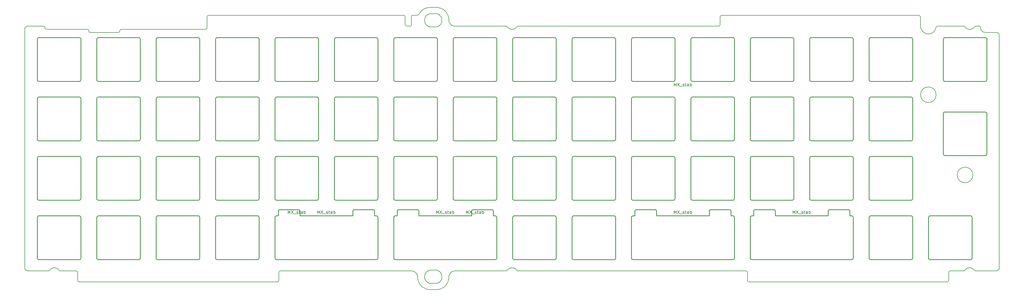
<source format=gbr>
G04 #@! TF.GenerationSoftware,KiCad,Pcbnew,8.0.3-1.fc39*
G04 #@! TF.CreationDate,2024-06-26T19:17:31-04:00*
G04 #@! TF.ProjectId,Q9-Chimera,51392d43-6869-46d6-9572-612e6b696361,rev?*
G04 #@! TF.SameCoordinates,Original*
G04 #@! TF.FileFunction,Other,Comment*
%FSLAX46Y46*%
G04 Gerber Fmt 4.6, Leading zero omitted, Abs format (unit mm)*
G04 Created by KiCad (PCBNEW 8.0.3-1.fc39) date 2024-06-26 19:17:31*
%MOMM*%
%LPD*%
G01*
G04 APERTURE LIST*
%ADD10C,0.250000*%
%ADD11C,0.200000*%
%ADD12C,0.150000*%
G04 APERTURE END LIST*
D10*
X70489996Y-31910000D02*
X70417609Y-32169268D01*
X70228325Y-32349652D01*
X69989996Y-32410000D01*
X32390261Y-89060005D02*
X32317874Y-89319273D01*
X32128590Y-89499657D01*
X31890261Y-89560005D01*
X203340008Y-32410000D02*
X190340008Y-32410000D01*
X76039998Y-18410000D02*
X89039998Y-18410000D01*
X216977267Y-74060005D02*
X216904880Y-73800736D01*
X216715596Y-73620352D01*
X216477267Y-73560005D01*
X108089993Y-18410000D02*
X108349261Y-18482386D01*
X108529645Y-18671670D01*
X108589993Y-18910000D01*
D11*
X320896254Y-15235004D02*
X320846753Y-15018731D01*
X320713826Y-14849549D01*
X320520830Y-14750817D01*
X320396254Y-14735006D01*
D10*
X89040259Y-51460005D02*
X76040259Y-51460005D01*
X18890261Y-51460005D02*
X18630992Y-51387618D01*
X18450608Y-51198334D01*
X18390261Y-50960005D01*
X146190259Y-51460005D02*
X133190259Y-51460005D01*
D11*
X95896254Y-96235005D02*
X95896254Y-93735005D01*
D10*
X127640003Y-31910000D02*
X127567616Y-32169268D01*
X127378332Y-32349652D01*
X127140003Y-32410000D01*
X95090254Y-51460005D02*
X94830985Y-51387618D01*
X94650601Y-51198334D01*
X94590254Y-50960005D01*
D11*
X169214018Y-15033074D02*
X169085893Y-14860023D01*
X168903151Y-14756381D01*
X168760648Y-14735005D01*
D10*
X165740262Y-89060005D02*
X165740262Y-76060005D01*
X171290259Y-56510005D02*
X184290259Y-56510005D01*
X18390261Y-37960005D02*
X18462647Y-37700736D01*
X18651931Y-37520352D01*
X18890261Y-37460005D01*
D11*
X25783578Y-93235004D02*
X30896256Y-93235005D01*
X318402508Y-62472005D02*
G75*
G02*
X313402508Y-62472005I-2500000J0D01*
G01*
X313402508Y-62472005D02*
G75*
G02*
X318402508Y-62472005I2500000J0D01*
G01*
D10*
X254577008Y-73559611D02*
X248577008Y-73559611D01*
D11*
X45396253Y-15735005D02*
X45179980Y-15784505D01*
X45010797Y-15917432D01*
X44912064Y-16110427D01*
X44896253Y-16235004D01*
D10*
X70490258Y-89060005D02*
X70417871Y-89319273D01*
X70228587Y-89499657D01*
X69990258Y-89560005D01*
D11*
X169214018Y-15033074D02*
X169085893Y-14860023D01*
X168903151Y-14756381D01*
X168760648Y-14735005D01*
X172078484Y-92936930D02*
X172207153Y-93109983D01*
X172390803Y-93213627D01*
X172533578Y-93235005D01*
D10*
X228440247Y-70510005D02*
X228180978Y-70437618D01*
X228000594Y-70248334D01*
X227940247Y-70010005D01*
X247489983Y-70510000D02*
X247230714Y-70437613D01*
X247050330Y-70248329D01*
X246989983Y-70010000D01*
X108590254Y-57010005D02*
X108590254Y-70010005D01*
D11*
X142646254Y-12985005D02*
X142656629Y-13188740D01*
X142687074Y-13386762D01*
X142768125Y-13670841D01*
X142888563Y-13936298D01*
X143044926Y-14179673D01*
X143233754Y-14397505D01*
X143451585Y-14586332D01*
X143694960Y-14742695D01*
X143960417Y-14863133D01*
X144244496Y-14944184D01*
X144442518Y-14974629D01*
X144646254Y-14985005D01*
X136396254Y-14235005D02*
X136396254Y-11735005D01*
D10*
X318139988Y-89060010D02*
X318067601Y-89319278D01*
X317878317Y-89499662D01*
X317639988Y-89560010D01*
X56489996Y-18910000D02*
X56562382Y-18650731D01*
X56751666Y-18470347D01*
X56989996Y-18410000D01*
X208890252Y-37960005D02*
X208962638Y-37700736D01*
X209151922Y-37520352D01*
X209390252Y-37460005D01*
D11*
X325896254Y-16735005D02*
X322396252Y-16735005D01*
D10*
X222390252Y-89560005D02*
X209390252Y-89560005D01*
X203340269Y-51460005D02*
X190340269Y-51460005D01*
X285090008Y-37960000D02*
X285162394Y-37700731D01*
X285351678Y-37520347D01*
X285590008Y-37460000D01*
D11*
X237396254Y-11847377D02*
X237396254Y-14122633D01*
D10*
X114140003Y-32410000D02*
X113880734Y-32337613D01*
X113700350Y-32148329D01*
X113640003Y-31910000D01*
D11*
X168758930Y-93235005D02*
X168967751Y-93187937D01*
X169135368Y-93059098D01*
X169214018Y-92936935D01*
D10*
X127140259Y-75559611D02*
X126553279Y-75559611D01*
X184290259Y-37460005D02*
X184549527Y-37532391D01*
X184729911Y-37721675D01*
X184790259Y-37960005D01*
X208890252Y-70010005D02*
X208890252Y-57010005D01*
X222889990Y-18910000D02*
X222889990Y-31910000D01*
X37440256Y-57010005D02*
X37512642Y-56750736D01*
X37701926Y-56570352D01*
X37940256Y-56510005D01*
X184290259Y-56510005D02*
X184549527Y-56582391D01*
X184729911Y-56771675D01*
X184790259Y-57010005D01*
D11*
X150396254Y-12734992D02*
X150396254Y-12734988D01*
D10*
X89040259Y-37460005D02*
X89299527Y-37532391D01*
X89479911Y-37721675D01*
X89540259Y-37960005D01*
X227939985Y-31910000D02*
X227939985Y-18910000D01*
X114140264Y-37460005D02*
X127140264Y-37460005D01*
D11*
X144646254Y-14985005D02*
X146146254Y-14985005D01*
D10*
X222389990Y-18410000D02*
X222649258Y-18482386D01*
X222829642Y-18671670D01*
X222889990Y-18910000D01*
X247489983Y-56510000D02*
X260489983Y-56510000D01*
X76040259Y-37460005D02*
X89040259Y-37460005D01*
X108590254Y-50960005D02*
X108517867Y-51219273D01*
X108328583Y-51399657D01*
X108090254Y-51460005D01*
X170790259Y-89060005D02*
X170790259Y-76060005D01*
X56490258Y-37960005D02*
X56562644Y-37700736D01*
X56751928Y-37520352D01*
X56990258Y-37460005D01*
X246989988Y-89059611D02*
X247062374Y-89318879D01*
X247251658Y-89499263D01*
X247489988Y-89559611D01*
X146690259Y-57010005D02*
X146690259Y-70010005D01*
X127640259Y-89059611D02*
X127640259Y-76059611D01*
X127640003Y-18910000D02*
X127640003Y-31910000D01*
X279539998Y-75559611D02*
X279799266Y-75631997D01*
X279979650Y-75821281D01*
X280039998Y-76059611D01*
X31890261Y-75560005D02*
X32149529Y-75632391D01*
X32329913Y-75821675D01*
X32390261Y-76060005D01*
X37439995Y-18910000D02*
X37512381Y-18650731D01*
X37701665Y-18470347D01*
X37939995Y-18410000D01*
X32390000Y-31910000D02*
X32317613Y-32169268D01*
X32128329Y-32349652D01*
X31890000Y-32410000D01*
X108590254Y-37960005D02*
X108590254Y-50960005D01*
X32390000Y-18910000D02*
X32390000Y-31910000D01*
X152240259Y-70510005D02*
X151980990Y-70437618D01*
X151800606Y-70248334D01*
X151740259Y-70010005D01*
X69990258Y-37460005D02*
X70249526Y-37532391D01*
X70429910Y-37721675D01*
X70490258Y-37960005D01*
X279539983Y-70510000D02*
X266539983Y-70510000D01*
X304139988Y-89060010D02*
X304139988Y-76060010D01*
X322902508Y-18910000D02*
X322902508Y-31910000D01*
X114140264Y-51460005D02*
X113880995Y-51387618D01*
X113700611Y-51198334D01*
X113640264Y-50960005D01*
X31890000Y-32410000D02*
X18890000Y-32410000D01*
X222890252Y-57010005D02*
X222890252Y-70010005D01*
X208890252Y-37960005D02*
X208962638Y-37700736D01*
X209151922Y-37520352D01*
X209390252Y-37460005D01*
X37940256Y-89560005D02*
X37680987Y-89487618D01*
X37500603Y-89298334D01*
X37440256Y-89060005D01*
X280039998Y-50960000D02*
X279967611Y-51219268D01*
X279778327Y-51399652D01*
X279539998Y-51460000D01*
X89540259Y-37960005D02*
X89540259Y-50960005D01*
X95089993Y-32410000D02*
X94830724Y-32337613D01*
X94650340Y-32148329D01*
X94589993Y-31910000D01*
X208890252Y-50960005D02*
X208890252Y-37960005D01*
D11*
X307103408Y-14735018D02*
X306906500Y-14776367D01*
X306732468Y-14905422D01*
X306625143Y-15099658D01*
X306608985Y-15167190D01*
D10*
X285589993Y-56510000D02*
X298589993Y-56510000D01*
X165739998Y-31910000D02*
X165667611Y-32169268D01*
X165478327Y-32349652D01*
X165239998Y-32410000D01*
X75540259Y-76060005D02*
X75612645Y-75800736D01*
X75801929Y-75620352D01*
X76040259Y-75560005D01*
X190340269Y-51460005D02*
X190081000Y-51387618D01*
X189900616Y-51198334D01*
X189840269Y-50960005D01*
D11*
X310146254Y-96735005D02*
X310362526Y-96685504D01*
X310531709Y-96552577D01*
X310630442Y-96359581D01*
X310646254Y-96235005D01*
D10*
X132689998Y-31910000D02*
X132689998Y-18910000D01*
X70489996Y-31910000D02*
X70417609Y-32169268D01*
X70228325Y-32349652D01*
X69989996Y-32410000D01*
X241940247Y-50960005D02*
X241867860Y-51219273D01*
X241678576Y-51399657D01*
X241440247Y-51460005D01*
X189840008Y-18910000D02*
X189912394Y-18650731D01*
X190101678Y-18470347D01*
X190340008Y-18410000D01*
X165240259Y-51460005D02*
X152240259Y-51460005D01*
X203340269Y-75560005D02*
X203599537Y-75632391D01*
X203779921Y-75821675D01*
X203840269Y-76060005D01*
X285090008Y-37960000D02*
X285162394Y-37700731D01*
X285351678Y-37520347D01*
X285590008Y-37460000D01*
X210477267Y-73560005D02*
X210217998Y-73632391D01*
X210037614Y-73821675D01*
X209977267Y-74060005D01*
X171290259Y-75560005D02*
X184290259Y-75560005D01*
D11*
X311146254Y-93235005D02*
X315508930Y-93235002D01*
D10*
X285090008Y-31910000D02*
X285090008Y-18910000D01*
D11*
X140358869Y-11234673D02*
X138896144Y-11235002D01*
D10*
X209390252Y-70510005D02*
X209130983Y-70437618D01*
X208950599Y-70248334D01*
X208890252Y-70010005D01*
D11*
X135896254Y-11235005D02*
X73396254Y-11235005D01*
X322396252Y-16735005D02*
X322168608Y-16717639D01*
X321951471Y-16667274D01*
X321747434Y-16586504D01*
X321559094Y-16477925D01*
X321389047Y-16344132D01*
X321239887Y-16187721D01*
X321114210Y-16011288D01*
X321014613Y-15817428D01*
X320943689Y-15608736D01*
X320904035Y-15387808D01*
X320896254Y-15235007D01*
D10*
X51439995Y-18910000D02*
X51439995Y-31910000D01*
X108590254Y-50960005D02*
X108517867Y-51219273D01*
X108328583Y-51399657D01*
X108090254Y-51460005D01*
X228439985Y-18410000D02*
X241439985Y-18410000D01*
X132689998Y-18910000D02*
X132762384Y-18650731D01*
X132951668Y-18470347D01*
X133189998Y-18410000D01*
X50940256Y-89560005D02*
X37940256Y-89560005D01*
X94589993Y-31910000D02*
X94589993Y-18910000D01*
X171290259Y-37460005D02*
X184290259Y-37460005D01*
X241940247Y-89060005D02*
X241867860Y-89319273D01*
X241678576Y-89499657D01*
X241440247Y-89560005D01*
X70490258Y-70010005D02*
X70417871Y-70269273D01*
X70228587Y-70449657D01*
X69990258Y-70510005D01*
D11*
X14396254Y-92235005D02*
X14416570Y-92436539D01*
X14494864Y-92668546D01*
X14624605Y-92871097D01*
X14797937Y-93036340D01*
X15007008Y-93156420D01*
X15243963Y-93223482D01*
X15396254Y-93235005D01*
D10*
X31890261Y-51460005D02*
X18890261Y-51460005D01*
D11*
X311146254Y-93235005D02*
X315508930Y-93235002D01*
D10*
X108090254Y-51460005D02*
X95090254Y-51460005D01*
X89540259Y-37960005D02*
X89540259Y-50960005D01*
X209390252Y-51460005D02*
X209130983Y-51387618D01*
X208950599Y-51198334D01*
X208890252Y-50960005D01*
X37940256Y-70510005D02*
X37680987Y-70437618D01*
X37500603Y-70248334D01*
X37440256Y-70010005D01*
X184289998Y-32410000D02*
X171289998Y-32410000D01*
X240353267Y-73560005D02*
X234353267Y-73560005D01*
X299090008Y-31910000D02*
X299017621Y-32169268D01*
X298828337Y-32349652D01*
X298590008Y-32410000D01*
D11*
X144646254Y-92984992D02*
X146146254Y-92984992D01*
D10*
X69990258Y-75560005D02*
X70249526Y-75632391D01*
X70429910Y-75821675D01*
X70490258Y-76060005D01*
X146690259Y-57010005D02*
X146690259Y-70010005D01*
X165740259Y-70010005D02*
X165667872Y-70269273D01*
X165478588Y-70449657D01*
X165240259Y-70510005D01*
X203340269Y-51460005D02*
X190340269Y-51460005D01*
X165740259Y-57010005D02*
X165740259Y-70010005D01*
X102677279Y-74059611D02*
X102604892Y-73800342D01*
X102415608Y-73619958D01*
X102177279Y-73559611D01*
X280039983Y-57010000D02*
X280039983Y-70010000D01*
X280040003Y-18910000D02*
X280040003Y-31910000D01*
D11*
X246146254Y-96235005D02*
X246195754Y-96451277D01*
X246328681Y-96620460D01*
X246521677Y-96719193D01*
X246646254Y-96735005D01*
D10*
X260489988Y-89559611D02*
X247489988Y-89559611D01*
X18390261Y-50960005D02*
X18390261Y-37960005D01*
X266540003Y-32410000D02*
X266280734Y-32337613D01*
X266100350Y-32148329D01*
X266040003Y-31910000D01*
X165740259Y-57010005D02*
X165740259Y-70010005D01*
X241939985Y-18910000D02*
X241939985Y-31910000D01*
X95089993Y-18410000D02*
X108089993Y-18410000D01*
X146189998Y-32410000D02*
X133189998Y-32410000D01*
X56989996Y-18410000D02*
X69989996Y-18410000D01*
X260989998Y-37960000D02*
X260989998Y-50960000D01*
X266040003Y-18910000D02*
X266112389Y-18650731D01*
X266301673Y-18470347D01*
X266540003Y-18410000D01*
X37939995Y-32410000D02*
X37680726Y-32337613D01*
X37500342Y-32148329D01*
X37439995Y-31910000D01*
X266039998Y-37960000D02*
X266112384Y-37700731D01*
X266301668Y-37520347D01*
X266539998Y-37460000D01*
D11*
X73396254Y-11235005D02*
X73179981Y-11284505D01*
X73010798Y-11417432D01*
X72912065Y-11610428D01*
X72896254Y-11735005D01*
D10*
X51440256Y-57010005D02*
X51440256Y-70010005D01*
X108089993Y-32410000D02*
X95089993Y-32410000D01*
D11*
X315964080Y-92936874D02*
X316079964Y-92755110D01*
X316245061Y-92593881D01*
X316453061Y-92457393D01*
X316646113Y-92368842D01*
X316859357Y-92300968D01*
X317089563Y-92255924D01*
X317333502Y-92235864D01*
X317396254Y-92235005D01*
D10*
X209390252Y-70510005D02*
X209130983Y-70437618D01*
X208950599Y-70248334D01*
X208890252Y-70010005D01*
X50940256Y-51460005D02*
X37940256Y-51460005D01*
D11*
X170646254Y-15735005D02*
X170399373Y-15721525D01*
X170165420Y-15682521D01*
X169947622Y-15620147D01*
X169749210Y-15536555D01*
X169573414Y-15433898D01*
X169390392Y-15282048D01*
X169254063Y-15107980D01*
X169214018Y-15033074D01*
D10*
X164153282Y-73560005D02*
X158153282Y-73560005D01*
X260489983Y-70510000D02*
X247489983Y-70510000D01*
X18890261Y-51460005D02*
X18630992Y-51387618D01*
X18450608Y-51198334D01*
X18390261Y-50960005D01*
X157653281Y-75560005D02*
X140777282Y-75560004D01*
X127140264Y-70510005D02*
X114140264Y-70510005D01*
X146690259Y-37960005D02*
X146690259Y-50960005D01*
D11*
X310646254Y-96235005D02*
X310646254Y-93735005D01*
X315508930Y-93235002D02*
X315717780Y-93187923D01*
X315885418Y-93059058D01*
X315964080Y-92936874D01*
X306608985Y-15167190D02*
X306559955Y-15388419D01*
X306491854Y-15601817D01*
X306405634Y-15806433D01*
X306302248Y-16001314D01*
X306182648Y-16185506D01*
X306047787Y-16358059D01*
X305898616Y-16518018D01*
X305736089Y-16664433D01*
X305561158Y-16796349D01*
X305374775Y-16912815D01*
X305177893Y-17012879D01*
X304971465Y-17095587D01*
X304756442Y-17159988D01*
X304533778Y-17205128D01*
X304304425Y-17230056D01*
X304069335Y-17233819D01*
D10*
X132689998Y-18910000D02*
X132762384Y-18650731D01*
X132951668Y-18470347D01*
X133189998Y-18410000D01*
X216477267Y-73560005D02*
X210477267Y-73560005D01*
X165740262Y-89060005D02*
X165740262Y-76060005D01*
D11*
X31396254Y-96235005D02*
X31445754Y-96451277D01*
X31578681Y-96620460D01*
X31771677Y-96719193D01*
X31896254Y-96735005D01*
D10*
X50940256Y-51460005D02*
X37940256Y-51460005D01*
D11*
X140811632Y-10965466D02*
X140681215Y-11124937D01*
X140497454Y-11216368D01*
X140358869Y-11234673D01*
D10*
X132690259Y-50960005D02*
X132690259Y-37960005D01*
X96177279Y-73559611D02*
X95918010Y-73631997D01*
X95737626Y-73821281D01*
X95677279Y-74059611D01*
X37940256Y-75560005D02*
X50940256Y-75560005D01*
X31890261Y-56510005D02*
X32149529Y-56582391D01*
X32329913Y-56771675D01*
X32390261Y-57010005D01*
D11*
X44396254Y-16735005D02*
X35396253Y-16735005D01*
D10*
X208890252Y-89060005D02*
X208890252Y-76060005D01*
X309402508Y-42222500D02*
X322402508Y-42222500D01*
D11*
X245646253Y-93235005D02*
X245862526Y-93284505D01*
X246031709Y-93417432D01*
X246130442Y-93610428D01*
X246146254Y-93735005D01*
D10*
X152240259Y-70510005D02*
X151980990Y-70437618D01*
X151800606Y-70248334D01*
X151740259Y-70010005D01*
X113640264Y-70010005D02*
X113640264Y-57010005D01*
X51440256Y-50960005D02*
X51367869Y-51219273D01*
X51178585Y-51399657D01*
X50940256Y-51460005D01*
X165239998Y-18410000D02*
X165499266Y-18482386D01*
X165679650Y-18671670D01*
X165739998Y-18910000D01*
D11*
X304069335Y-17233819D02*
X303816636Y-17212855D01*
X303572370Y-17166330D01*
X303337623Y-17095671D01*
X303113480Y-17002307D01*
X302901029Y-16887668D01*
X302701354Y-16753182D01*
X302515541Y-16600278D01*
X302344678Y-16430385D01*
X302189849Y-16244932D01*
X302052141Y-16045347D01*
X301932639Y-15833060D01*
X301832430Y-15609500D01*
X301752599Y-15376095D01*
X301694234Y-15134273D01*
X301658418Y-14885466D01*
X301646240Y-14631100D01*
D10*
X279539998Y-51460000D02*
X266539998Y-51460000D01*
D11*
X150396254Y-12734988D02*
X150391023Y-12529952D01*
X150375502Y-12327517D01*
X150349946Y-12127939D01*
X150269758Y-11738376D01*
X150152510Y-11363315D01*
X150000252Y-11004807D01*
X149815035Y-10664903D01*
X149598909Y-10345653D01*
X149353927Y-10049108D01*
X149082137Y-9777318D01*
X148785592Y-9532336D01*
X148466342Y-9316210D01*
X148126438Y-9130993D01*
X147767930Y-8978735D01*
X147392869Y-8861487D01*
X147003306Y-8781299D01*
X146803728Y-8755743D01*
X146601293Y-8740222D01*
X146396258Y-8734992D01*
D10*
X171289998Y-32410000D02*
X171030729Y-32337613D01*
X170850345Y-32148329D01*
X170789998Y-31910000D01*
D11*
X136396254Y-14235005D02*
X136396254Y-11735005D01*
D10*
X31890261Y-89560005D02*
X18890261Y-89560005D01*
X246989998Y-18910000D02*
X247062384Y-18650731D01*
X247251668Y-18470347D01*
X247489998Y-18410000D01*
X222390252Y-70510005D02*
X209390252Y-70510005D01*
X152240259Y-56510005D02*
X165240259Y-56510005D01*
X304139988Y-76060010D02*
X304212374Y-75800741D01*
X304401658Y-75620357D01*
X304639988Y-75560010D01*
X18390261Y-70010005D02*
X18390261Y-57010005D01*
X89040259Y-56510005D02*
X89299527Y-56582391D01*
X89479911Y-56771675D01*
X89540259Y-57010005D01*
X127640264Y-50960005D02*
X127567877Y-51219273D01*
X127378593Y-51399657D01*
X127140264Y-51460005D01*
X248077010Y-75559611D02*
X247489988Y-75559611D01*
X76040259Y-51460005D02*
X75780990Y-51387618D01*
X75600606Y-51198334D01*
X75540259Y-50960005D01*
X170789998Y-31910000D02*
X170789998Y-18910000D01*
X75540259Y-37960005D02*
X75612645Y-37700736D01*
X75801929Y-37520352D01*
X76040259Y-37460005D01*
X285090008Y-18910000D02*
X285162394Y-18650731D01*
X285351678Y-18470347D01*
X285590008Y-18410000D01*
X108090254Y-37460005D02*
X108349522Y-37532391D01*
X108529906Y-37721675D01*
X108590254Y-37960005D01*
D11*
X237396254Y-14122633D02*
X237358938Y-14332626D01*
X237255965Y-14511577D01*
X237100797Y-14646024D01*
X236906894Y-14722506D01*
X236783882Y-14735005D01*
X138396254Y-11735005D02*
X138396254Y-14235005D01*
D10*
X184290259Y-51460005D02*
X171290259Y-51460005D01*
X322402508Y-18410000D02*
X322661776Y-18482386D01*
X322842160Y-18671670D01*
X322902508Y-18910000D01*
X132690262Y-76060005D02*
X132762648Y-75800736D01*
X132951932Y-75620352D01*
X133190262Y-75560005D01*
X280039998Y-76059611D02*
X280039998Y-89059611D01*
D11*
X34896253Y-16235006D02*
X34896253Y-16235005D01*
D10*
X165739998Y-18910000D02*
X165739998Y-31910000D01*
X322902508Y-55722500D02*
X322830121Y-55981768D01*
X322640837Y-56162152D01*
X322402508Y-56222500D01*
D11*
X236783882Y-14735005D02*
X172533579Y-14735007D01*
D10*
X170789998Y-18910000D02*
X170862384Y-18650731D01*
X171051668Y-18470347D01*
X171289998Y-18410000D01*
X126553279Y-74059611D02*
X126480892Y-73800342D01*
X126291608Y-73619958D01*
X126053279Y-73559611D01*
X184790259Y-70010005D02*
X184717872Y-70269273D01*
X184528588Y-70449657D01*
X184290259Y-70510005D01*
X308902508Y-31910000D02*
X308902508Y-18910000D01*
X32390261Y-50960005D02*
X32317874Y-51219273D01*
X32128590Y-51399657D01*
X31890261Y-51460005D01*
X227940247Y-70010005D02*
X227940247Y-57010005D01*
X266539998Y-51460000D02*
X266280729Y-51387613D01*
X266100345Y-51198329D01*
X266039998Y-50960000D01*
X208889990Y-18910000D02*
X208962376Y-18650731D01*
X209151660Y-18470347D01*
X209389990Y-18410000D01*
D11*
X95896254Y-93735005D02*
X95945754Y-93518732D01*
X96078681Y-93349549D01*
X96271677Y-93250816D01*
X96396254Y-93235005D01*
D10*
X309402508Y-56222500D02*
X309143239Y-56150113D01*
X308962855Y-55960829D01*
X308902508Y-55722500D01*
X37940256Y-70510005D02*
X37680987Y-70437618D01*
X37500603Y-70248334D01*
X37440256Y-70010005D01*
D11*
X144396250Y-99235005D02*
X146396260Y-99235005D01*
D10*
X322902508Y-18910000D02*
X322902508Y-31910000D01*
X170790259Y-37960005D02*
X170862645Y-37700736D01*
X171051929Y-37520352D01*
X171290259Y-37460005D01*
X108090254Y-56510005D02*
X108349522Y-56582391D01*
X108529906Y-56771675D01*
X108590254Y-57010005D01*
X165240272Y-89560005D02*
X152240272Y-89560005D01*
X203840008Y-18910000D02*
X203840008Y-31910000D01*
X285089993Y-70010000D02*
X285089993Y-57010000D01*
X260989998Y-50960000D02*
X260917611Y-51219268D01*
X260728327Y-51399652D01*
X260489998Y-51460000D01*
X260989983Y-70010000D02*
X260917596Y-70269268D01*
X260728312Y-70449652D01*
X260489983Y-70510000D01*
X322402508Y-42222500D02*
X322661776Y-42294886D01*
X322842160Y-42484170D01*
X322902508Y-42722500D01*
X18390261Y-89060005D02*
X18390261Y-76060005D01*
X76040259Y-56510005D02*
X89040259Y-56510005D01*
D11*
X44896253Y-16235004D02*
X44896253Y-16235005D01*
D10*
X18890261Y-37460005D02*
X31890261Y-37460005D01*
X164653282Y-74060005D02*
X164580895Y-73800736D01*
X164391611Y-73620352D01*
X164153282Y-73560005D01*
D11*
X307103408Y-14735018D02*
X306906500Y-14776367D01*
X306732468Y-14905422D01*
X306625143Y-15099658D01*
X306608985Y-15167190D01*
D10*
X133190262Y-89560005D02*
X132930993Y-89487618D01*
X132750609Y-89298334D01*
X132690262Y-89060005D01*
D11*
X301646254Y-12127840D02*
X301633755Y-11911880D01*
X301585628Y-11686071D01*
X301486680Y-11477723D01*
X301325154Y-11317494D01*
X301126816Y-11242294D01*
X301033881Y-11235005D01*
D10*
X189840269Y-37960005D02*
X189912655Y-37700736D01*
X190101939Y-37520352D01*
X190340269Y-37460005D01*
D11*
X44896253Y-16235004D02*
X44896253Y-16235005D01*
D10*
X209390252Y-56510005D02*
X222390252Y-56510005D01*
D11*
X320396254Y-14735006D02*
X319283578Y-14735007D01*
D10*
X140277282Y-73560005D02*
X134277282Y-73560005D01*
X89039998Y-32410000D02*
X76039998Y-32410000D01*
X184290259Y-89560005D02*
X171290259Y-89560005D01*
X247489998Y-51460000D02*
X247230729Y-51387613D01*
X247050345Y-51198329D01*
X246989998Y-50960000D01*
X113640264Y-57010005D02*
X113712650Y-56750736D01*
X113901934Y-56570352D01*
X114140264Y-56510005D01*
D11*
X144396250Y-8734992D02*
X144105176Y-8745552D01*
X143819590Y-8776742D01*
X143540231Y-8827821D01*
X143267838Y-8898050D01*
X143003152Y-8986691D01*
X142746910Y-9093004D01*
X142499853Y-9216249D01*
X142262720Y-9355688D01*
X142036250Y-9510582D01*
X141821182Y-9680190D01*
X141618256Y-9863775D01*
X141428212Y-10060596D01*
X141251787Y-10269915D01*
X141089723Y-10490992D01*
X140942758Y-10723089D01*
X140811632Y-10965466D01*
D10*
X69990258Y-89560005D02*
X56990258Y-89560005D01*
X76039998Y-32410000D02*
X75780729Y-32337613D01*
X75600345Y-32148329D01*
X75539998Y-31910000D01*
X56990258Y-37460005D02*
X69990258Y-37460005D01*
X37440256Y-57010005D02*
X37512642Y-56750736D01*
X37701926Y-56570352D01*
X37940256Y-56510005D01*
X209389990Y-18410000D02*
X222389990Y-18410000D01*
D11*
X146146254Y-97234992D02*
X144646254Y-97234992D01*
D10*
X247489998Y-18410000D02*
X260489998Y-18410000D01*
X127640259Y-76059611D02*
X127567872Y-75800342D01*
X127378588Y-75619958D01*
X127140259Y-75559611D01*
X51440256Y-37960005D02*
X51440256Y-50960005D01*
X240853267Y-74060005D02*
X240780880Y-73800736D01*
X240591596Y-73620352D01*
X240353267Y-73560005D01*
X114140264Y-70510005D02*
X113880995Y-70437618D01*
X113700611Y-70248334D01*
X113640264Y-70010005D01*
D11*
X72896254Y-11735005D02*
X72896253Y-15235004D01*
D10*
X171290259Y-70510005D02*
X171030990Y-70437618D01*
X170850606Y-70248334D01*
X170790259Y-70010005D01*
X37940256Y-56510005D02*
X50940256Y-56510005D01*
X165740262Y-76060005D02*
X165667875Y-75800736D01*
X165478591Y-75620352D01*
X165240262Y-75560005D01*
X127640264Y-37960005D02*
X127640264Y-50960005D01*
X228440247Y-56510005D02*
X241440247Y-56510005D01*
X140777282Y-74060005D02*
X140704895Y-73800736D01*
X140515611Y-73620352D01*
X140277282Y-73560005D01*
D11*
X21396253Y-15735005D02*
X21179980Y-15685504D01*
X21010797Y-15552577D01*
X20912064Y-15359582D01*
X20896253Y-15235006D01*
D10*
X70490258Y-70010005D02*
X70417871Y-70269273D01*
X70228587Y-70449657D01*
X69990258Y-70510005D01*
X247489988Y-89559611D02*
X247230719Y-89487224D01*
X247050335Y-89297940D01*
X246989988Y-89059611D01*
D11*
X317396254Y-92235005D02*
X317643122Y-92248483D01*
X317877065Y-92287483D01*
X318094853Y-92349852D01*
X318293257Y-92433437D01*
X318469046Y-92536085D01*
X318652061Y-92687923D01*
X318788388Y-92861978D01*
X318828433Y-92936880D01*
X310646254Y-96235005D02*
X310646254Y-93735005D01*
X72896253Y-15235004D02*
X72896253Y-15235005D01*
X138396256Y-93235005D02*
X138599991Y-93245380D01*
X138798013Y-93275825D01*
X139082092Y-93356876D01*
X139347549Y-93477314D01*
X139590923Y-93633677D01*
X139808754Y-93822504D01*
X139997581Y-94040335D01*
X140153944Y-94283709D01*
X140274382Y-94549166D01*
X140355433Y-94833245D01*
X140385878Y-95031267D01*
X140396254Y-95235003D01*
D10*
X31890261Y-37460005D02*
X32149529Y-37532391D01*
X32329913Y-37721675D01*
X32390261Y-37960005D01*
X208890252Y-89060005D02*
X208890252Y-76060005D01*
X18890261Y-75560005D02*
X31890261Y-75560005D01*
X171289998Y-18410000D02*
X184289998Y-18410000D01*
D11*
X138896144Y-11235002D02*
X138679919Y-11284540D01*
X138510773Y-11417476D01*
X138412062Y-11610452D01*
X138396254Y-11735005D01*
D10*
X151740259Y-70010005D02*
X151740259Y-57010005D01*
X94590254Y-70010005D02*
X94590254Y-57010005D01*
X299090008Y-37960000D02*
X299090008Y-50960000D01*
X203340008Y-18410000D02*
X203599276Y-18482386D01*
X203779660Y-18671670D01*
X203840008Y-18910000D01*
X241439985Y-18410000D02*
X241699253Y-18482386D01*
X241879637Y-18671670D01*
X241939985Y-18910000D01*
X260489983Y-70510000D02*
X247489983Y-70510000D01*
D11*
X326896254Y-92235005D02*
X326896254Y-17735005D01*
D10*
X56490258Y-89060005D02*
X56490258Y-76060005D01*
D11*
X320396254Y-14735006D02*
X319283578Y-14735007D01*
D10*
X18890261Y-89560005D02*
X18630992Y-89487618D01*
X18450608Y-89298334D01*
X18390261Y-89060005D01*
X146690259Y-50960005D02*
X146617872Y-51219273D01*
X146428588Y-51399657D01*
X146190259Y-51460005D01*
X247489988Y-75559611D02*
X247230719Y-75631997D01*
X247050335Y-75821281D01*
X246989988Y-76059611D01*
X260489998Y-18410000D02*
X260749266Y-18482386D01*
X260929650Y-18671670D01*
X260989998Y-18910000D01*
X50940256Y-56510005D02*
X51199524Y-56582391D01*
X51379908Y-56771675D01*
X51440256Y-57010005D01*
X222390252Y-37460005D02*
X222649520Y-37532391D01*
X222829904Y-37721675D01*
X222890252Y-37960005D01*
X113640003Y-18910000D02*
X113712389Y-18650731D01*
X113901673Y-18470347D01*
X114140003Y-18410000D01*
X152240259Y-51460005D02*
X151980990Y-51387618D01*
X151800606Y-51198334D01*
X151740259Y-50960005D01*
X184290259Y-75560005D02*
X184549527Y-75632391D01*
X184729911Y-75821675D01*
X184790259Y-76060005D01*
D11*
X148146254Y-95234992D02*
X148135878Y-95438727D01*
X148105433Y-95636749D01*
X148024382Y-95920828D01*
X147903944Y-96186285D01*
X147747581Y-96429660D01*
X147558754Y-96647492D01*
X147340922Y-96836319D01*
X147097547Y-96992682D01*
X146832090Y-97113120D01*
X146548011Y-97194171D01*
X146349989Y-97224616D01*
X146146254Y-97234992D01*
X44896253Y-16235005D02*
X44846752Y-16451277D01*
X44713825Y-16620460D01*
X44520830Y-16719193D01*
X44396254Y-16735005D01*
D10*
X227940247Y-37960005D02*
X228012633Y-37700736D01*
X228201917Y-37520352D01*
X228440247Y-37460005D01*
X209977269Y-75560005D02*
X209390247Y-75560005D01*
X76040259Y-89560005D02*
X75780990Y-89487618D01*
X75600606Y-89298334D01*
X75540259Y-89060005D01*
X279539998Y-37460000D02*
X279799266Y-37532386D01*
X279979650Y-37721670D01*
X280039998Y-37960000D01*
X89039998Y-32410000D02*
X76039998Y-32410000D01*
D11*
X136896254Y-14735005D02*
X136679981Y-14685504D01*
X136510798Y-14552577D01*
X136412065Y-14359581D01*
X136396254Y-14235005D01*
D10*
X247489983Y-56510000D02*
X260489983Y-56510000D01*
X285590008Y-75560010D02*
X298590008Y-75560010D01*
X285089993Y-70010000D02*
X285089993Y-57010000D01*
X208889990Y-31910000D02*
X208889990Y-18910000D01*
D11*
X146146254Y-10735005D02*
X144646254Y-10735005D01*
X238008626Y-11235005D02*
X237798632Y-11272320D01*
X237619681Y-11375293D01*
X237485234Y-11530461D01*
X237408752Y-11724364D01*
X237396254Y-11847377D01*
D10*
X298589993Y-70510000D02*
X285589993Y-70510000D01*
X102677279Y-75559611D02*
X102677279Y-74059611D01*
X56490258Y-50960005D02*
X56490258Y-37960005D01*
X322402508Y-56222500D02*
X309402508Y-56222500D01*
X266540003Y-18410000D02*
X279540003Y-18410000D01*
X114140264Y-56510005D02*
X127140264Y-56510005D01*
X279539988Y-89559611D02*
X279799256Y-89487224D01*
X279979640Y-89297940D01*
X280039988Y-89059611D01*
X209390252Y-89560005D02*
X209130983Y-89487618D01*
X208950599Y-89298334D01*
X208890252Y-89060005D01*
X285589993Y-70510000D02*
X285330724Y-70437613D01*
X285150340Y-70248329D01*
X285089993Y-70010000D01*
X280039983Y-70010000D02*
X279967596Y-70269268D01*
X279778312Y-70449652D01*
X279539983Y-70510000D01*
X304639988Y-75560010D02*
X317639988Y-75560010D01*
D11*
X31896254Y-96735005D02*
X95396254Y-96735005D01*
D10*
X56990258Y-89560005D02*
X56730989Y-89487618D01*
X56550605Y-89298334D01*
X56490258Y-89060005D01*
X132690262Y-89060005D02*
X132762648Y-89319273D01*
X132951932Y-89499657D01*
X133190262Y-89560005D01*
X132690262Y-76060005D02*
X132690262Y-89060005D01*
X75540259Y-57010005D02*
X75612645Y-56750736D01*
X75801929Y-56570352D01*
X76040259Y-56510005D01*
X126553279Y-74059611D02*
X126480892Y-73800342D01*
X126291608Y-73619958D01*
X126053279Y-73559611D01*
X133190259Y-56510005D02*
X146190259Y-56510005D01*
X271953008Y-74059611D02*
X271953007Y-75559611D01*
X94590259Y-76059611D02*
X94590259Y-89059611D01*
X228440247Y-37460005D02*
X241440247Y-37460005D01*
X56989996Y-32410000D02*
X56730727Y-32337613D01*
X56550343Y-32148329D01*
X56489996Y-31910000D01*
X127140259Y-75559611D02*
X126553279Y-75559611D01*
D11*
X148146254Y-12735005D02*
X148135878Y-12531269D01*
X148105433Y-12333247D01*
X148024382Y-12049168D01*
X147903944Y-11783711D01*
X147747581Y-11540336D01*
X147558754Y-11322505D01*
X147340922Y-11133677D01*
X147097547Y-10977314D01*
X146832090Y-10856876D01*
X146548011Y-10775825D01*
X146349989Y-10745380D01*
X146146254Y-10735005D01*
D10*
X56490258Y-70010005D02*
X56490258Y-57010005D01*
X184290259Y-56510005D02*
X184549527Y-56582391D01*
X184729911Y-56771675D01*
X184790259Y-57010005D01*
X170790259Y-50960005D02*
X170790259Y-37960005D01*
X298590008Y-37460000D02*
X298849276Y-37532386D01*
X299029660Y-37721670D01*
X299090008Y-37960000D01*
X279539998Y-89559611D02*
X266539998Y-89559611D01*
X133189998Y-18410000D02*
X146189998Y-18410000D01*
X280039983Y-57010000D02*
X280039983Y-70010000D01*
D11*
X20396254Y-14735005D02*
X15396254Y-14735005D01*
D10*
X260489983Y-56510000D02*
X260749251Y-56582386D01*
X260929635Y-56771670D01*
X260989983Y-57010000D01*
X260989998Y-50960000D02*
X260917611Y-51219268D01*
X260728327Y-51399652D01*
X260489998Y-51460000D01*
D11*
X325896254Y-93235005D02*
X326097788Y-93214688D01*
X326329795Y-93136394D01*
X326532346Y-93006653D01*
X326697589Y-92833321D01*
X326817669Y-92624250D01*
X326884731Y-92387295D01*
X326896254Y-92235005D01*
D10*
X209390252Y-51460005D02*
X209130983Y-51387618D01*
X208950599Y-51198334D01*
X208890252Y-50960005D01*
D11*
X318402508Y-62472005D02*
G75*
G02*
X313402508Y-62472005I-2500000J0D01*
G01*
X313402508Y-62472005D02*
G75*
G02*
X318402508Y-62472005I2500000J0D01*
G01*
D10*
X32390261Y-50960005D02*
X32317874Y-51219273D01*
X32128590Y-51399657D01*
X31890261Y-51460005D01*
X222390252Y-51460005D02*
X209390252Y-51460005D01*
D11*
X150396254Y-95235005D02*
X150406629Y-95031269D01*
X150437074Y-94833247D01*
X150518125Y-94549168D01*
X150638563Y-94283711D01*
X150794926Y-94040336D01*
X150983754Y-93822505D01*
X151201585Y-93633677D01*
X151444960Y-93477314D01*
X151710417Y-93356876D01*
X151994496Y-93275825D01*
X152192518Y-93245380D01*
X152396254Y-93235005D01*
D10*
X184790259Y-76060005D02*
X184790259Y-89060005D01*
X146190259Y-70510005D02*
X133190259Y-70510005D01*
X189840008Y-31910000D02*
X189840008Y-18910000D01*
X120053279Y-73559611D02*
X119794010Y-73631997D01*
X119613626Y-73821281D01*
X119553279Y-74059611D01*
X266539998Y-37460000D02*
X279539998Y-37460000D01*
X94590254Y-50960005D02*
X94590254Y-37960005D01*
X126553279Y-75559611D02*
X126553279Y-74059611D01*
D11*
X318828433Y-92936880D02*
X318957118Y-93109958D01*
X319140786Y-93213620D01*
X319283578Y-93235002D01*
D10*
X165240259Y-51460005D02*
X152240259Y-51460005D01*
D11*
X318828439Y-15033124D02*
X318712553Y-15214890D01*
X318547456Y-15376121D01*
X318339454Y-15512611D01*
X318146400Y-15601165D01*
X317933155Y-15669040D01*
X317702947Y-15714084D01*
X317459006Y-15734145D01*
X317396254Y-15735005D01*
X144646254Y-10735005D02*
X144442518Y-10745380D01*
X144244496Y-10775825D01*
X143960417Y-10856876D01*
X143694960Y-10977314D01*
X143451585Y-11133677D01*
X143233754Y-11322505D01*
X143044926Y-11540336D01*
X142888563Y-11783711D01*
X142768125Y-12049168D01*
X142687074Y-12333247D01*
X142656629Y-12531269D01*
X142646254Y-12735005D01*
X35396253Y-16735005D02*
X35179980Y-16685504D01*
X35010797Y-16552577D01*
X34912064Y-16359582D01*
X34896253Y-16235006D01*
D10*
X241440247Y-89560005D02*
X228440247Y-89560005D01*
X248077010Y-75559611D02*
X247489988Y-75559611D01*
X94590254Y-57010005D02*
X94662640Y-56750736D01*
X94851924Y-56570352D01*
X95090254Y-56510005D01*
X171289998Y-32410000D02*
X171030729Y-32337613D01*
X170850345Y-32148329D01*
X170789998Y-31910000D01*
X280040003Y-31910000D02*
X279967616Y-32169268D01*
X279778332Y-32349652D01*
X279540003Y-32410000D01*
X18390261Y-76060005D02*
X18462647Y-75800736D01*
X18651931Y-75620352D01*
X18890261Y-75560005D01*
X108589993Y-18910000D02*
X108589993Y-31910000D01*
X50939995Y-32410000D02*
X37939995Y-32410000D01*
X151739998Y-18910000D02*
X151812384Y-18650731D01*
X152001668Y-18470347D01*
X152239998Y-18410000D01*
D11*
X23896254Y-92235005D02*
X24143131Y-92248484D01*
X24377083Y-92287487D01*
X24594878Y-92349860D01*
X24793288Y-92433451D01*
X24969083Y-92536105D01*
X25152103Y-92687953D01*
X25288432Y-92862018D01*
X25328478Y-92936924D01*
X140811632Y-10965466D02*
X140681215Y-11124937D01*
X140497454Y-11216368D01*
X140358869Y-11234673D01*
D10*
X37940256Y-37460005D02*
X50940256Y-37460005D01*
X285590008Y-18410000D02*
X298590008Y-18410000D01*
X228440247Y-70510005D02*
X228180978Y-70437618D01*
X228000594Y-70248334D01*
X227940247Y-70010005D01*
X299090008Y-50960000D02*
X299017621Y-51219268D01*
X298828337Y-51399652D01*
X298590008Y-51460000D01*
X247489988Y-89559611D02*
X279539988Y-89559611D01*
D11*
X25328478Y-92936924D02*
X25457149Y-93109980D01*
X25640801Y-93213626D01*
X25783578Y-93235004D01*
X21396253Y-15735005D02*
X21179980Y-15685504D01*
X21010797Y-15552577D01*
X20912064Y-15359582D01*
X20896253Y-15235006D01*
D10*
X151740259Y-37960005D02*
X151812645Y-37700736D01*
X152001929Y-37520352D01*
X152240259Y-37460005D01*
X285590008Y-37460000D02*
X298590008Y-37460000D01*
X133190259Y-56510005D02*
X146190259Y-56510005D01*
X170790259Y-89060005D02*
X170790259Y-76060005D01*
X120053279Y-73559611D02*
X119794010Y-73631997D01*
X119613626Y-73821281D01*
X119553279Y-74059611D01*
X56990258Y-75560005D02*
X69990258Y-75560005D01*
X322402508Y-42222500D02*
X322661776Y-42294886D01*
X322842160Y-42484170D01*
X322902508Y-42722500D01*
X146190259Y-56510005D02*
X146449527Y-56582391D01*
X146629911Y-56771675D01*
X146690259Y-57010005D01*
X51440256Y-76060005D02*
X51440256Y-89060005D01*
D11*
X140396254Y-95235003D02*
X140396254Y-95235009D01*
D10*
X127640003Y-31910000D02*
X127567616Y-32169268D01*
X127378332Y-32349652D01*
X127140003Y-32410000D01*
X208889990Y-18910000D02*
X208962376Y-18650731D01*
X209151660Y-18470347D01*
X209389990Y-18410000D01*
X285090008Y-50960000D02*
X285090008Y-37960000D01*
X246989983Y-70010000D02*
X246989983Y-57010000D01*
X94590259Y-89059611D02*
X94662645Y-89318879D01*
X94851929Y-89499263D01*
X95090259Y-89559611D01*
X247489998Y-32410000D02*
X247230729Y-32337613D01*
X247050345Y-32148329D01*
X246989998Y-31910000D01*
X260989998Y-18910000D02*
X260989998Y-31910000D01*
X113640003Y-31910000D02*
X113640003Y-18910000D01*
X322902508Y-55722500D02*
X322830121Y-55981768D01*
X322640837Y-56162152D01*
X322402508Y-56222500D01*
X318139988Y-76060010D02*
X318139988Y-89060010D01*
X158153282Y-73560005D02*
X157894013Y-73632391D01*
X157713629Y-73821675D01*
X157653282Y-74060005D01*
X299090008Y-18910000D02*
X299090008Y-31910000D01*
X240853266Y-75560005D02*
X240853267Y-74060005D01*
X32390000Y-18910000D02*
X32390000Y-31910000D01*
X190340008Y-32410000D02*
X190080739Y-32337613D01*
X189900355Y-32148329D01*
X189840008Y-31910000D01*
X227939985Y-31910000D02*
X227939985Y-18910000D01*
X222390252Y-51460005D02*
X209390252Y-51460005D01*
D11*
X146396260Y-99235005D02*
X146601295Y-99229774D01*
X146803730Y-99214253D01*
X147003308Y-99188697D01*
X147392871Y-99108509D01*
X147767931Y-98991261D01*
X148126439Y-98839003D01*
X148466343Y-98653786D01*
X148785593Y-98437661D01*
X149082138Y-98192678D01*
X149353927Y-97920889D01*
X149598910Y-97624344D01*
X149815035Y-97305094D01*
X150000252Y-96965190D01*
X150152510Y-96606682D01*
X150269758Y-96231622D01*
X150349946Y-95842059D01*
X150375502Y-95642481D01*
X150391023Y-95440046D01*
X150396254Y-95235011D01*
D10*
X89040259Y-89560005D02*
X76040259Y-89560005D01*
X114140264Y-56510005D02*
X127140264Y-56510005D01*
X37440256Y-37960005D02*
X37512642Y-37700736D01*
X37701926Y-37520352D01*
X37940256Y-37460005D01*
X165240259Y-70510005D02*
X152240259Y-70510005D01*
D11*
X319283578Y-14735007D02*
X319074732Y-14782083D01*
X318907098Y-14910944D01*
X318828439Y-15033124D01*
D10*
X51439995Y-31910000D02*
X51367608Y-32169268D01*
X51178324Y-32349652D01*
X50939995Y-32410000D01*
X308902508Y-18910000D02*
X308974894Y-18650731D01*
X309164178Y-18470347D01*
X309402508Y-18410000D01*
D11*
X172533579Y-14735007D02*
X172324740Y-14782080D01*
X172157112Y-14910933D01*
X172078457Y-15033108D01*
D10*
X69989996Y-32410000D02*
X56989996Y-32410000D01*
D11*
X148146254Y-12985005D02*
X148146254Y-12735005D01*
D10*
X51440256Y-70010005D02*
X51367869Y-70269273D01*
X51178585Y-70449657D01*
X50940256Y-70510005D01*
X89539998Y-18910000D02*
X89539998Y-31910000D01*
X133189998Y-32410000D02*
X132930729Y-32337613D01*
X132750345Y-32148329D01*
X132689998Y-31910000D01*
X190340269Y-70510005D02*
X190081000Y-70437618D01*
X189900616Y-70248334D01*
X189840269Y-70010005D01*
X318139988Y-76060010D02*
X318139988Y-89060010D01*
X285090008Y-76060010D02*
X285162394Y-75800741D01*
X285351678Y-75620357D01*
X285590008Y-75560010D01*
X222890252Y-50960005D02*
X222817865Y-51219273D01*
X222628581Y-51399657D01*
X222390252Y-51460005D01*
D11*
X246146254Y-96235005D02*
X246195754Y-96451277D01*
X246328681Y-96620460D01*
X246521677Y-96719193D01*
X246646254Y-96735005D01*
D10*
X165239998Y-32410000D02*
X152239998Y-32410000D01*
D11*
X172533578Y-93235005D02*
X245646253Y-93235005D01*
D10*
X309402508Y-18410000D02*
X322402508Y-18410000D01*
D11*
X144646254Y-97234992D02*
X144442518Y-97224616D01*
X144244496Y-97194171D01*
X143960417Y-97113120D01*
X143694960Y-96992682D01*
X143451585Y-96836319D01*
X143233754Y-96647492D01*
X143044926Y-96429660D01*
X142888563Y-96186285D01*
X142768125Y-95920828D01*
X142687074Y-95636749D01*
X142656629Y-95438727D01*
X142646254Y-95234992D01*
D10*
X94590259Y-89059611D02*
X94662645Y-89318879D01*
X94851929Y-89499263D01*
X95090259Y-89559611D01*
X255077008Y-74059611D02*
X255004621Y-73800342D01*
X254815337Y-73619958D01*
X254577008Y-73559611D01*
X146689998Y-31910000D02*
X146617611Y-32169268D01*
X146428327Y-32349652D01*
X146189998Y-32410000D01*
X171289998Y-18410000D02*
X184289998Y-18410000D01*
X190340008Y-18410000D02*
X203340008Y-18410000D01*
X285590008Y-18410000D02*
X298590008Y-18410000D01*
X108089993Y-32410000D02*
X95089993Y-32410000D01*
X184789998Y-18910000D02*
X184789998Y-31910000D01*
X184790259Y-89060005D02*
X184717872Y-89319273D01*
X184528588Y-89499657D01*
X184290259Y-89560005D01*
X190340269Y-75560005D02*
X203340269Y-75560005D01*
X50940256Y-70510005D02*
X37940256Y-70510005D01*
X241940247Y-89060005D02*
X241940247Y-76060005D01*
X102677279Y-75559611D02*
X102677279Y-74059611D01*
X95089993Y-32410000D02*
X94830724Y-32337613D01*
X94650340Y-32148329D01*
X94589993Y-31910000D01*
X75540259Y-89060005D02*
X75540259Y-76060005D01*
X37439995Y-31910000D02*
X37439995Y-18910000D01*
D11*
X30896256Y-93235005D02*
X31112527Y-93284505D01*
X31281709Y-93417432D01*
X31380442Y-93610426D01*
X31396254Y-93735003D01*
D10*
X189840269Y-70010005D02*
X189840269Y-57010005D01*
X151740259Y-37960005D02*
X151812645Y-37700736D01*
X152001929Y-37520352D01*
X152240259Y-37460005D01*
X203340269Y-89560005D02*
X190340269Y-89560005D01*
X260489998Y-32410000D02*
X247489998Y-32410000D01*
X241440247Y-89560005D02*
X241699515Y-89487618D01*
X241879899Y-89298334D01*
X241940247Y-89060005D01*
X203840008Y-18910000D02*
X203840008Y-31910000D01*
D11*
X44896253Y-16235005D02*
X44846752Y-16451277D01*
X44713825Y-16620460D01*
X44520830Y-16719193D01*
X44396254Y-16735005D01*
D10*
X89540259Y-57010005D02*
X89540259Y-70010005D01*
X31890261Y-70510005D02*
X18890261Y-70510005D01*
X209389990Y-32410000D02*
X209130721Y-32337613D01*
X208950337Y-32148329D01*
X208889990Y-31910000D01*
X299089993Y-70010000D02*
X299017606Y-70269268D01*
X298828322Y-70449652D01*
X298589993Y-70510000D01*
X285590008Y-89560010D02*
X285330739Y-89487623D01*
X285150355Y-89298339D01*
X285090008Y-89060010D01*
D11*
X34896253Y-16235006D02*
X34896253Y-16235005D01*
D10*
X108589993Y-31910000D02*
X108517606Y-32169268D01*
X108328322Y-32349652D01*
X108089993Y-32410000D01*
X134277282Y-73560005D02*
X134018013Y-73632391D01*
X133837629Y-73821675D01*
X133777282Y-74060005D01*
X260989998Y-37960000D02*
X260989998Y-50960000D01*
X69990258Y-51460005D02*
X56990258Y-51460005D01*
X126053279Y-73559611D02*
X120053279Y-73559611D01*
X37940256Y-89560005D02*
X37680987Y-89487618D01*
X37500603Y-89298334D01*
X37440256Y-89060005D01*
X133777284Y-75560005D02*
X133190262Y-75560005D01*
X89040259Y-37460005D02*
X89299527Y-37532391D01*
X89479911Y-37721675D01*
X89540259Y-37960005D01*
X37440256Y-70010005D02*
X37440256Y-57010005D01*
X18890261Y-37460005D02*
X31890261Y-37460005D01*
X203340269Y-89560005D02*
X190340269Y-89560005D01*
X114140264Y-37460005D02*
X127140264Y-37460005D01*
D11*
X137896254Y-14735005D02*
X136896254Y-14735005D01*
X96396254Y-93235005D02*
X138396256Y-93235005D01*
D10*
X108590254Y-70010005D02*
X108517867Y-70269273D01*
X108328583Y-70449657D01*
X108090254Y-70510005D01*
X133777282Y-74060005D02*
X133777282Y-74349219D01*
X133777282Y-74601539D01*
X133777282Y-74880225D01*
X133777282Y-75150122D01*
X133777283Y-75421576D01*
X133777284Y-75560005D01*
X69990258Y-75560005D02*
X70249526Y-75632391D01*
X70429910Y-75821675D01*
X70490258Y-76060005D01*
X108590254Y-57010005D02*
X108590254Y-70010005D01*
X171290259Y-56510005D02*
X184290259Y-56510005D01*
X298590008Y-89560010D02*
X285590008Y-89560010D01*
X266039998Y-37960000D02*
X266112384Y-37700731D01*
X266301668Y-37520347D01*
X266539998Y-37460000D01*
X132690262Y-89060005D02*
X132690262Y-76060005D01*
X165240259Y-37460005D02*
X165499527Y-37532391D01*
X165679911Y-37721675D01*
X165740259Y-37960005D01*
X285089993Y-57010000D02*
X285162379Y-56750731D01*
X285351663Y-56570347D01*
X285589993Y-56510000D01*
D11*
X72896253Y-15235004D02*
X72896253Y-15235005D01*
X246146254Y-93735005D02*
X246146254Y-96235005D01*
D10*
X132690259Y-57010005D02*
X132762645Y-56750736D01*
X132951929Y-56570352D01*
X133190259Y-56510005D01*
X165739998Y-31910000D02*
X165667611Y-32169268D01*
X165478327Y-32349652D01*
X165239998Y-32410000D01*
X146690259Y-37960005D02*
X146690259Y-50960005D01*
D11*
X20896253Y-15235006D02*
X20896253Y-15235005D01*
D10*
X184789998Y-31910000D02*
X184717611Y-32169268D01*
X184528327Y-32349652D01*
X184289998Y-32410000D01*
X69990258Y-51460005D02*
X56990258Y-51460005D01*
D11*
X142646254Y-94984992D02*
X142656629Y-94781256D01*
X142687074Y-94583234D01*
X142768125Y-94299155D01*
X142888563Y-94033698D01*
X143044926Y-93790323D01*
X143233754Y-93572492D01*
X143451585Y-93383664D01*
X143694960Y-93227301D01*
X143960417Y-93106863D01*
X144244496Y-93025812D01*
X144442518Y-92995367D01*
X144646254Y-92984992D01*
D10*
X317639988Y-89560010D02*
X304639988Y-89560010D01*
X76040259Y-70510005D02*
X75780990Y-70437618D01*
X75600606Y-70248334D01*
X75540259Y-70010005D01*
X108090254Y-70510005D02*
X95090254Y-70510005D01*
X246989988Y-76059611D02*
X246989988Y-89059611D01*
X56490258Y-57010005D02*
X56562644Y-56750736D01*
X56751928Y-56570352D01*
X56990258Y-56510005D01*
X216977267Y-75560004D02*
X216977267Y-74060005D01*
X299090008Y-50960000D02*
X299017621Y-51219268D01*
X298828337Y-51399652D01*
X298590008Y-51460000D01*
D11*
X140396254Y-95235003D02*
X140396254Y-95235009D01*
D10*
X69990258Y-70510005D02*
X56990258Y-70510005D01*
D11*
X144646254Y-14985005D02*
X146146254Y-14985005D01*
D10*
X18890261Y-75560005D02*
X31890261Y-75560005D01*
D11*
X72396254Y-15735005D02*
X45396253Y-15735005D01*
D10*
X279539998Y-51460000D02*
X266539998Y-51460000D01*
X285090008Y-18910000D02*
X285162394Y-18650731D01*
X285351678Y-18470347D01*
X285590008Y-18410000D01*
D11*
X168760648Y-14735005D02*
X168493324Y-14735004D01*
X168164087Y-14735004D01*
X167777551Y-14735004D01*
X167338334Y-14735004D01*
X166851052Y-14735004D01*
X166320323Y-14735004D01*
X165750764Y-14735004D01*
X165146991Y-14735004D01*
X164513622Y-14735004D01*
X163855272Y-14735004D01*
X163176560Y-14735004D01*
X162482102Y-14735004D01*
X161776514Y-14735003D01*
X161064414Y-14735003D01*
X160350418Y-14735003D01*
X159639145Y-14735003D01*
X158935209Y-14735002D01*
X158243228Y-14735002D01*
X157567820Y-14735001D01*
X156913601Y-14735001D01*
X156285187Y-14735000D01*
X155687196Y-14735000D01*
X155124245Y-14734999D01*
X154600951Y-14734999D01*
X154121929Y-14734998D01*
X153691798Y-14734997D01*
X153315175Y-14734996D01*
X152996675Y-14734996D01*
X152740916Y-14734995D01*
X152436088Y-14734993D01*
X152396254Y-14734992D01*
X135896254Y-11235005D02*
X73396254Y-11235005D01*
D10*
X37440256Y-70010005D02*
X37440256Y-57010005D01*
X241940247Y-70010005D02*
X241867860Y-70269273D01*
X241678576Y-70449657D01*
X241440247Y-70510005D01*
X260489998Y-18410000D02*
X260749266Y-18482386D01*
X260929650Y-18671670D01*
X260989998Y-18910000D01*
X308902508Y-55722500D02*
X308902508Y-42722500D01*
X95677281Y-75559611D02*
X95090259Y-75559611D01*
D11*
X318828439Y-15033124D02*
X318712553Y-15214890D01*
X318547456Y-15376121D01*
X318339454Y-15512611D01*
X318146400Y-15601165D01*
X317933155Y-15669040D01*
X317702947Y-15714084D01*
X317459006Y-15734145D01*
X317396254Y-15735005D01*
D10*
X203840269Y-37960005D02*
X203840269Y-50960005D01*
D11*
X315964062Y-15033118D02*
X315835380Y-14860045D01*
X315651716Y-14756388D01*
X315508930Y-14735008D01*
D10*
X95090259Y-89559611D02*
X127140259Y-89559611D01*
X203840269Y-50960005D02*
X203767882Y-51219273D01*
X203578598Y-51399657D01*
X203340269Y-51460005D01*
D11*
X310146254Y-96735005D02*
X310362526Y-96685504D01*
X310531709Y-96552577D01*
X310630442Y-96359581D01*
X310646254Y-96235005D01*
D10*
X170790259Y-70010005D02*
X170790259Y-57010005D01*
D11*
X301646240Y-14631100D02*
X301646241Y-14421292D01*
X301646242Y-14206985D01*
X301646243Y-13990666D01*
X301646244Y-13774826D01*
X301646245Y-13561952D01*
X301646247Y-13354532D01*
X301646248Y-13059075D01*
X301646250Y-12789889D01*
X301646251Y-12555374D01*
X301646252Y-12311135D01*
X301646254Y-12127840D01*
D10*
X279539988Y-75559611D02*
X278953007Y-75559611D01*
X50939995Y-18410000D02*
X51199263Y-18482386D01*
X51379647Y-18671670D01*
X51439995Y-18910000D01*
X89040259Y-75560005D02*
X89299527Y-75632391D01*
X89479911Y-75821675D01*
X89540259Y-76060005D01*
X299090008Y-18910000D02*
X299090008Y-31910000D01*
X146189998Y-18410000D02*
X146449266Y-18482386D01*
X146629650Y-18671670D01*
X146689998Y-18910000D01*
X89540259Y-89060005D02*
X89467872Y-89319273D01*
X89278588Y-89499657D01*
X89040259Y-89560005D01*
X241439985Y-32410000D02*
X228439985Y-32410000D01*
X246989983Y-57010000D02*
X247062369Y-56750731D01*
X247251653Y-56570347D01*
X247489983Y-56510000D01*
D11*
X315508930Y-93235002D02*
X315717780Y-93187923D01*
X315885418Y-93059058D01*
X315964080Y-92936874D01*
X152396254Y-14734992D02*
X152192518Y-14724616D01*
X151994496Y-14694171D01*
X151710417Y-14613120D01*
X151444960Y-14492682D01*
X151201585Y-14336319D01*
X150983754Y-14147492D01*
X150794926Y-13929660D01*
X150638563Y-13686285D01*
X150518125Y-13420828D01*
X150437074Y-13136749D01*
X150406629Y-12938727D01*
X150396254Y-12734992D01*
D10*
X190340269Y-37460005D02*
X203340269Y-37460005D01*
X279540003Y-32410000D02*
X266540003Y-32410000D01*
X70490258Y-89060005D02*
X70417871Y-89319273D01*
X70228587Y-89499657D01*
X69990258Y-89560005D01*
X152239998Y-32410000D02*
X151980729Y-32337613D01*
X151800345Y-32148329D01*
X151739998Y-31910000D01*
X146189998Y-18410000D02*
X146449266Y-18482386D01*
X146629650Y-18671670D01*
X146689998Y-18910000D01*
D11*
X326896254Y-17735005D02*
X326875843Y-17534126D01*
X326797253Y-17302459D01*
X326667164Y-17099860D01*
X326493588Y-16934341D01*
X326284535Y-16813911D01*
X326048016Y-16746581D01*
X325896254Y-16735005D01*
X138396254Y-14235005D02*
X138346753Y-14451277D01*
X138213826Y-14620460D01*
X138020830Y-14719193D01*
X137896254Y-14735005D01*
X23896254Y-92235005D02*
X24143131Y-92248484D01*
X24377083Y-92287487D01*
X24594878Y-92349860D01*
X24793288Y-92433451D01*
X24969083Y-92536105D01*
X25152103Y-92687953D01*
X25288432Y-92862018D01*
X25328478Y-92936924D01*
D10*
X266539998Y-37460000D02*
X279539998Y-37460000D01*
X222889990Y-31910000D02*
X222817603Y-32169268D01*
X222628319Y-32349652D01*
X222389990Y-32410000D01*
X189840269Y-37960005D02*
X189912655Y-37700736D01*
X190101939Y-37520352D01*
X190340269Y-37460005D01*
X189840269Y-70010005D02*
X189840269Y-57010005D01*
X222389990Y-32410000D02*
X209389990Y-32410000D01*
X309402508Y-32410000D02*
X309143239Y-32337613D01*
X308962855Y-32148329D01*
X308902508Y-31910000D01*
D11*
X31896254Y-96735005D02*
X95396254Y-96735005D01*
D10*
X285090008Y-31910000D02*
X285090008Y-18910000D01*
X184790259Y-89060005D02*
X184717872Y-89319273D01*
X184528588Y-89499657D01*
X184290259Y-89560005D01*
D11*
X317396254Y-15735005D02*
X317149383Y-15721526D01*
X316915437Y-15682525D01*
X316697647Y-15620155D01*
X316499242Y-15536568D01*
X316323451Y-15433918D01*
X316140434Y-15282078D01*
X316004106Y-15108020D01*
X315964062Y-15033118D01*
X301033881Y-11235005D02*
X238008626Y-11235005D01*
D10*
X170790259Y-70010005D02*
X170790259Y-57010005D01*
D11*
X20896253Y-15235005D02*
X20846752Y-15018732D01*
X20713825Y-14849549D01*
X20520830Y-14750816D01*
X20396254Y-14735005D01*
D10*
X272453008Y-73559611D02*
X272193739Y-73631997D01*
X272013355Y-73821281D01*
X271953008Y-74059611D01*
D11*
X152396254Y-93235005D02*
X168758930Y-93235005D01*
D10*
X260989983Y-57010000D02*
X260989983Y-70010000D01*
X203840269Y-89060005D02*
X203767882Y-89319273D01*
X203578598Y-89499657D01*
X203340269Y-89560005D01*
X113640003Y-18910000D02*
X113712389Y-18650731D01*
X113901673Y-18470347D01*
X114140003Y-18410000D01*
X241940247Y-76060005D02*
X241940247Y-89060005D01*
X75540259Y-57010005D02*
X75612645Y-56750736D01*
X75801929Y-56570352D01*
X76040259Y-56510005D01*
X56990258Y-37460005D02*
X69990258Y-37460005D01*
X56490258Y-37960005D02*
X56562644Y-37700736D01*
X56751928Y-37520352D01*
X56990258Y-37460005D01*
X184290259Y-70510005D02*
X171290259Y-70510005D01*
D11*
X237396254Y-11847377D02*
X237396254Y-14122633D01*
D10*
X203340269Y-70510005D02*
X190340269Y-70510005D01*
X248577008Y-73559611D02*
X248317739Y-73631997D01*
X248137355Y-73821281D01*
X248077008Y-74059611D01*
X266039998Y-50960000D02*
X266039998Y-37960000D01*
D11*
X319283578Y-93235002D02*
X325896254Y-93235005D01*
D10*
X280039988Y-89059611D02*
X280039988Y-76059611D01*
X75540259Y-70010005D02*
X75540259Y-57010005D01*
X222890252Y-37960005D02*
X222890252Y-50960005D01*
X146190259Y-70510005D02*
X133190259Y-70510005D01*
X18390261Y-50960005D02*
X18390261Y-37960005D01*
X95090254Y-70510005D02*
X94830985Y-70437618D01*
X94650601Y-70248334D01*
X94590254Y-70010005D01*
X241940247Y-57010005D02*
X241940247Y-70010005D01*
X222389990Y-32410000D02*
X209389990Y-32410000D01*
X203340269Y-56510005D02*
X203599537Y-56582391D01*
X203779921Y-56771675D01*
X203840269Y-57010005D01*
D11*
X95396254Y-96735005D02*
X95612526Y-96685504D01*
X95781709Y-96552577D01*
X95880442Y-96359581D01*
X95896254Y-96235005D01*
D10*
X279539988Y-75559611D02*
X278953007Y-75559611D01*
X209977267Y-74060005D02*
X209977267Y-74349219D01*
X209977267Y-74601539D01*
X209977267Y-74880225D01*
X209977267Y-75150122D01*
X209977268Y-75421576D01*
X209977269Y-75560005D01*
X190340269Y-89560005D02*
X190081000Y-89487618D01*
X189900616Y-89298334D01*
X189840269Y-89060005D01*
D11*
X146396258Y-8734992D02*
X144396250Y-8734992D01*
X150396254Y-95235005D02*
X150406629Y-95031269D01*
X150437074Y-94833247D01*
X150518125Y-94549168D01*
X150638563Y-94283711D01*
X150794926Y-94040336D01*
X150983754Y-93822505D01*
X151201585Y-93633677D01*
X151444960Y-93477314D01*
X151710417Y-93356876D01*
X151994496Y-93275825D01*
X152192518Y-93245380D01*
X152396254Y-93235005D01*
D10*
X127140264Y-70510005D02*
X114140264Y-70510005D01*
X298590008Y-37460000D02*
X298849276Y-37532386D01*
X299029660Y-37721670D01*
X299090008Y-37960000D01*
X246989998Y-31910000D02*
X246989998Y-18910000D01*
X285089993Y-57010000D02*
X285162379Y-56750731D01*
X285351663Y-56570347D01*
X285589993Y-56510000D01*
D11*
X22464035Y-92936918D02*
X22579921Y-92755144D01*
X22745021Y-92593906D01*
X22953028Y-92457409D01*
X23146086Y-92368852D01*
X23359337Y-92300973D01*
X23589551Y-92255926D01*
X23833499Y-92235864D01*
X23896254Y-92235005D01*
D10*
X189840269Y-89060005D02*
X189840269Y-76060005D01*
X208890252Y-70010005D02*
X208890252Y-57010005D01*
X37940256Y-51460005D02*
X37680987Y-51387618D01*
X37500603Y-51198334D01*
X37440256Y-50960005D01*
X189840269Y-57010005D02*
X189912655Y-56750736D01*
X190101939Y-56570352D01*
X190340269Y-56510005D01*
X133190262Y-75560005D02*
X132930993Y-75632391D01*
X132750609Y-75821675D01*
X132690262Y-76060005D01*
X56990258Y-56510005D02*
X69990258Y-56510005D01*
X165239998Y-18410000D02*
X165499266Y-18482386D01*
X165679650Y-18671670D01*
X165739998Y-18910000D01*
D11*
X142646254Y-12735005D02*
X142646254Y-12985005D01*
D10*
X165740259Y-37960005D02*
X165740259Y-50960005D01*
X309402508Y-56222500D02*
X309143239Y-56150113D01*
X308962855Y-55960829D01*
X308902508Y-55722500D01*
X279539983Y-70510000D02*
X266539983Y-70510000D01*
X164653281Y-75560005D02*
X164653282Y-74060005D01*
X247489998Y-18410000D02*
X260489998Y-18410000D01*
X133190262Y-89560005D02*
X165240262Y-89560005D01*
D11*
X34896253Y-16235005D02*
X34846752Y-16018732D01*
X34713825Y-15849549D01*
X34520830Y-15750816D01*
X34396254Y-15735005D01*
D10*
X209390252Y-89560005D02*
X209130983Y-89487618D01*
X208950599Y-89298334D01*
X208890252Y-89060005D01*
D11*
X315508930Y-14735008D02*
X307103408Y-14735018D01*
D10*
X203340269Y-37460005D02*
X203599537Y-37532391D01*
X203779921Y-37721675D01*
X203840269Y-37960005D01*
X209390252Y-37460005D02*
X222390252Y-37460005D01*
X184290259Y-75560005D02*
X184549527Y-75632391D01*
X184729911Y-75821675D01*
X184790259Y-76060005D01*
X126053279Y-73559611D02*
X120053279Y-73559611D01*
X298590008Y-51460000D02*
X285590008Y-51460000D01*
X151740259Y-57010005D02*
X151812645Y-56750736D01*
X152001929Y-56570352D01*
X152240259Y-56510005D01*
X37939995Y-18410000D02*
X50939995Y-18410000D01*
X299089993Y-70010000D02*
X299017606Y-70269268D01*
X298828322Y-70449652D01*
X298589993Y-70510000D01*
X298589993Y-56510000D02*
X298849261Y-56582386D01*
X299029645Y-56771670D01*
X299089993Y-57010000D01*
X189840008Y-31910000D02*
X189840008Y-18910000D01*
X56490258Y-50960005D02*
X56490258Y-37960005D01*
X285590008Y-51460000D02*
X285330739Y-51387613D01*
X285150355Y-51198329D01*
X285090008Y-50960000D01*
X127640259Y-89059611D02*
X127640259Y-76059611D01*
D11*
X172533579Y-14735007D02*
X172324740Y-14782080D01*
X172157112Y-14910933D01*
X172078457Y-15033108D01*
D10*
X298590008Y-32410000D02*
X285590008Y-32410000D01*
D11*
X142646254Y-12735005D02*
X142646254Y-12985005D01*
X140396254Y-95235009D02*
X140401484Y-95440044D01*
X140417005Y-95642479D01*
X140442561Y-95842057D01*
X140522749Y-96231620D01*
X140639997Y-96606681D01*
X140792255Y-96965189D01*
X140977472Y-97305093D01*
X141193598Y-97624343D01*
X141438580Y-97920888D01*
X141710370Y-98192678D01*
X142006915Y-98437660D01*
X142326165Y-98653786D01*
X142666069Y-98839003D01*
X143024577Y-98991261D01*
X143399638Y-99108509D01*
X143789201Y-99188697D01*
X143988779Y-99214253D01*
X144191214Y-99229774D01*
X144396250Y-99235005D01*
D10*
X102177279Y-73559611D02*
X96177279Y-73559611D01*
X266539983Y-56510000D02*
X279539983Y-56510000D01*
X152240259Y-37460005D02*
X165240259Y-37460005D01*
X322902508Y-42722500D02*
X322902508Y-55722500D01*
D11*
X172078457Y-15033108D02*
X171962570Y-15214878D01*
X171797471Y-15376112D01*
X171589467Y-15512605D01*
X171396411Y-15601161D01*
X171183162Y-15669038D01*
X170952951Y-15714084D01*
X170709007Y-15734145D01*
X170646254Y-15735005D01*
D10*
X203840269Y-57010005D02*
X203840269Y-70010005D01*
X266040003Y-31910000D02*
X266040003Y-18910000D01*
D11*
X15396254Y-14735005D02*
X15194719Y-14755321D01*
X14962712Y-14833615D01*
X14760161Y-14963356D01*
X14594918Y-15136688D01*
X14474838Y-15345759D01*
X14407776Y-15582714D01*
X14396254Y-15735005D01*
D10*
X95090254Y-37460005D02*
X108090254Y-37460005D01*
X184790259Y-57010005D02*
X184790259Y-70010005D01*
X89040259Y-70510005D02*
X76040259Y-70510005D01*
X203840269Y-76060005D02*
X203840269Y-89060005D01*
D11*
X152396254Y-93235005D02*
X168758930Y-93235005D01*
D10*
X56490258Y-76060005D02*
X56562644Y-75800736D01*
X56751928Y-75620352D01*
X56990258Y-75560005D01*
X18390261Y-57010005D02*
X18462647Y-56750736D01*
X18651931Y-56570352D01*
X18890261Y-56510005D01*
X317639988Y-75560010D02*
X317899256Y-75632396D01*
X318079640Y-75821680D01*
X318139988Y-76060010D01*
X241440247Y-70510005D02*
X228440247Y-70510005D01*
X133190259Y-37460005D02*
X146190259Y-37460005D01*
X75540259Y-50960005D02*
X75540259Y-37960005D01*
X95090259Y-75559611D02*
X94830990Y-75631997D01*
X94650606Y-75821281D01*
X94590259Y-76059611D01*
X266040003Y-31910000D02*
X266040003Y-18910000D01*
X151740259Y-50960005D02*
X151740259Y-37960005D01*
X89039998Y-18410000D02*
X89299266Y-18482386D01*
X89479650Y-18671670D01*
X89539998Y-18910000D01*
X50940256Y-70510005D02*
X37940256Y-70510005D01*
X190340269Y-56510005D02*
X203340269Y-56510005D01*
D11*
X45396253Y-15735005D02*
X45179980Y-15784505D01*
X45010797Y-15917432D01*
X44912064Y-16110427D01*
X44896253Y-16235004D01*
D10*
X247489998Y-51460000D02*
X247230729Y-51387613D01*
X247050345Y-51198329D01*
X246989998Y-50960000D01*
X285090008Y-89060010D02*
X285090008Y-76060010D01*
X247489998Y-37460000D02*
X260489998Y-37460000D01*
X299090008Y-37960000D02*
X299090008Y-50960000D01*
X165240259Y-56510005D02*
X165499527Y-56582391D01*
X165679911Y-56771675D01*
X165740259Y-57010005D01*
X56990258Y-70510005D02*
X56730989Y-70437618D01*
X56550605Y-70248334D01*
X56490258Y-70010005D01*
X170790259Y-57010005D02*
X170862645Y-56750736D01*
X171051929Y-56570352D01*
X171290259Y-56510005D01*
X37439995Y-31910000D02*
X37439995Y-18910000D01*
D11*
X20896253Y-15235006D02*
X20896253Y-15235005D01*
D10*
X227940247Y-57010005D02*
X228012633Y-56750736D01*
X228201917Y-56570352D01*
X228440247Y-56510005D01*
X308902508Y-42722500D02*
X308974894Y-42463231D01*
X309164178Y-42282847D01*
X309402508Y-42222500D01*
D11*
X148146254Y-95234992D02*
X148135878Y-95438727D01*
X148105433Y-95636749D01*
X148024382Y-95920828D01*
X147903944Y-96186285D01*
X147747581Y-96429660D01*
X147558754Y-96647492D01*
X147340922Y-96836319D01*
X147097547Y-96992682D01*
X146832090Y-97113120D01*
X146548011Y-97194171D01*
X146349989Y-97224616D01*
X146146254Y-97234992D01*
D10*
X18890000Y-18410000D02*
X31890000Y-18410000D01*
X146190259Y-37460005D02*
X146449527Y-37532391D01*
X146629911Y-37721675D01*
X146690259Y-37960005D01*
X208890252Y-57010005D02*
X208962638Y-56750736D01*
X209151922Y-56570352D01*
X209390252Y-56510005D01*
X114140264Y-51460005D02*
X113880995Y-51387618D01*
X113700611Y-51198334D01*
X113640264Y-50960005D01*
X266039983Y-57010000D02*
X266112369Y-56750731D01*
X266301653Y-56570347D01*
X266539983Y-56510000D01*
X266039983Y-70010000D02*
X266039983Y-57010000D01*
X127640264Y-70010005D02*
X127567877Y-70269273D01*
X127378593Y-70449657D01*
X127140264Y-70510005D01*
X299090008Y-76060010D02*
X299090008Y-89060010D01*
D11*
X170646254Y-15735005D02*
X170399373Y-15721525D01*
X170165420Y-15682521D01*
X169947622Y-15620147D01*
X169749210Y-15536555D01*
X169573414Y-15433898D01*
X169390392Y-15282048D01*
X169254063Y-15107980D01*
X169214018Y-15033074D01*
D10*
X170790259Y-76060005D02*
X170862645Y-75800736D01*
X171051929Y-75620352D01*
X171290259Y-75560005D01*
X114140264Y-70510005D02*
X113880995Y-70437618D01*
X113700611Y-70248334D01*
X113640264Y-70010005D01*
X165739998Y-18910000D02*
X165739998Y-31910000D01*
X114140003Y-18410000D02*
X127140003Y-18410000D01*
X184790259Y-50960005D02*
X184717872Y-51219273D01*
X184528588Y-51399657D01*
X184290259Y-51460005D01*
X165740259Y-70010005D02*
X165667872Y-70269273D01*
X165478588Y-70449657D01*
X165240259Y-70510005D01*
X165240262Y-75560005D02*
X164653281Y-75560005D01*
X50939995Y-18410000D02*
X51199263Y-18482386D01*
X51379647Y-18671670D01*
X51439995Y-18910000D01*
X203840269Y-70010005D02*
X203767882Y-70269273D01*
X203578598Y-70449657D01*
X203340269Y-70510005D01*
D11*
X306608985Y-15167190D02*
X306559955Y-15388419D01*
X306491854Y-15601817D01*
X306405634Y-15806433D01*
X306302248Y-16001314D01*
X306182648Y-16185506D01*
X306047787Y-16358059D01*
X305898616Y-16518018D01*
X305736089Y-16664433D01*
X305561158Y-16796349D01*
X305374775Y-16912815D01*
X305177893Y-17012879D01*
X304971465Y-17095587D01*
X304756442Y-17159988D01*
X304533778Y-17205128D01*
X304304425Y-17230056D01*
X304069335Y-17233819D01*
D10*
X132690259Y-37960005D02*
X132762645Y-37700736D01*
X132951929Y-37520352D01*
X133190259Y-37460005D01*
X322402508Y-32410000D02*
X309402508Y-32410000D01*
X260489998Y-37460000D02*
X260749266Y-37532386D01*
X260929650Y-37721670D01*
X260989998Y-37960000D01*
X146190259Y-37460005D02*
X146449527Y-37532391D01*
X146629911Y-37721675D01*
X146690259Y-37960005D01*
X285590008Y-32410000D02*
X285330739Y-32337613D01*
X285150355Y-32148329D01*
X285090008Y-31910000D01*
X75539998Y-18910000D02*
X75612384Y-18650731D01*
X75801668Y-18470347D01*
X76039998Y-18410000D01*
X227940247Y-70010005D02*
X227940247Y-57010005D01*
X248077008Y-74059611D02*
X248077008Y-74348826D01*
X248077008Y-74601145D01*
X248077008Y-74879831D01*
X248077008Y-75149729D01*
X248077009Y-75421183D01*
X248077010Y-75559611D01*
X76040259Y-56510005D02*
X89040259Y-56510005D01*
X266039983Y-70010000D02*
X266039983Y-57010000D01*
X127140264Y-51460005D02*
X114140264Y-51460005D01*
X32390000Y-31910000D02*
X32317613Y-32169268D01*
X32128329Y-32349652D01*
X31890000Y-32410000D01*
X184290259Y-37460005D02*
X184549527Y-37532391D01*
X184729911Y-37721675D01*
X184790259Y-37960005D01*
D11*
X31396254Y-96235005D02*
X31445754Y-96451277D01*
X31578681Y-96620460D01*
X31771677Y-96719193D01*
X31896254Y-96735005D01*
D10*
X203840269Y-57010005D02*
X203840269Y-70010005D01*
X127640003Y-18910000D02*
X127640003Y-31910000D01*
X246989983Y-70010000D02*
X246989983Y-57010000D01*
X241940247Y-76060005D02*
X241867860Y-75800736D01*
X241678576Y-75620352D01*
X241440247Y-75560005D01*
X76040259Y-70510005D02*
X75780990Y-70437618D01*
X75600606Y-70248334D01*
X75540259Y-70010005D01*
X95090254Y-56510005D02*
X108090254Y-56510005D01*
X165240259Y-70510005D02*
X152240259Y-70510005D01*
X95090259Y-75559611D02*
X94830990Y-75631997D01*
X94650606Y-75821281D01*
X94590259Y-76059611D01*
X279540003Y-32410000D02*
X266540003Y-32410000D01*
X260989983Y-70010000D02*
X260917596Y-70269268D01*
X260728312Y-70449652D01*
X260489983Y-70510000D01*
X241940247Y-37960005D02*
X241940247Y-50960005D01*
X285590008Y-37460000D02*
X298590008Y-37460000D01*
X184789998Y-31910000D02*
X184717611Y-32169268D01*
X184528327Y-32349652D01*
X184289998Y-32410000D01*
X127640264Y-70010005D02*
X127567877Y-70269273D01*
X127378593Y-70449657D01*
X127140264Y-70510005D01*
X151740259Y-50960005D02*
X151740259Y-37960005D01*
X278453008Y-73559611D02*
X272453008Y-73559611D01*
X208890247Y-76060005D02*
X208890247Y-89060005D01*
X151740259Y-57010005D02*
X151812645Y-56750736D01*
X152001929Y-56570352D01*
X152240259Y-56510005D01*
D11*
X138396254Y-14235005D02*
X138346753Y-14451277D01*
X138213826Y-14620460D01*
X138020830Y-14719193D01*
X137896254Y-14735005D01*
D10*
X241940247Y-50960005D02*
X241867860Y-51219273D01*
X241678576Y-51399657D01*
X241440247Y-51460005D01*
X222890252Y-70010005D02*
X222817865Y-70269273D01*
X222628581Y-70449657D01*
X222390252Y-70510005D01*
X56490258Y-76060005D02*
X56562644Y-75800736D01*
X56751928Y-75620352D01*
X56990258Y-75560005D01*
X246989988Y-89059611D02*
X247062374Y-89318879D01*
X247251658Y-89499263D01*
X247489988Y-89559611D01*
X271953007Y-75559611D02*
X271535845Y-75559611D01*
X271227866Y-75559611D01*
X270845725Y-75559611D01*
X270395602Y-75559611D01*
X269883678Y-75559611D01*
X269316132Y-75559611D01*
X268699144Y-75559611D01*
X268038896Y-75559611D01*
X267341566Y-75559611D01*
X266613335Y-75559611D01*
X265860384Y-75559611D01*
X265088892Y-75559611D01*
X264305040Y-75559611D01*
X263515007Y-75559611D01*
X262724975Y-75559611D01*
X261941123Y-75559611D01*
X261169631Y-75559611D01*
X260416679Y-75559611D01*
X259688449Y-75559611D01*
X258991119Y-75559611D01*
X258330870Y-75559611D01*
X257713883Y-75559611D01*
X257146337Y-75559611D01*
X256634412Y-75559611D01*
X256184289Y-75559611D01*
X255802148Y-75559611D01*
X255494170Y-75559611D01*
X255125419Y-75559611D01*
X255077008Y-75559611D01*
D11*
X31396254Y-93735003D02*
X31396254Y-96235005D01*
D10*
X37440256Y-37960005D02*
X37512642Y-37700736D01*
X37701926Y-37520352D01*
X37940256Y-37460005D01*
X127640264Y-50960005D02*
X127567877Y-51219273D01*
X127378593Y-51399657D01*
X127140264Y-51460005D01*
X127640259Y-76059611D02*
X127567872Y-75800342D01*
X127378588Y-75619958D01*
X127140259Y-75559611D01*
X298590008Y-75560010D02*
X298849276Y-75632396D01*
X299029660Y-75821680D01*
X299090008Y-76060010D01*
X170790259Y-50960005D02*
X170790259Y-37960005D01*
X18390000Y-31910000D02*
X18390000Y-18910000D01*
D11*
X237396254Y-14122633D02*
X237358938Y-14332626D01*
X237255965Y-14511577D01*
X237100797Y-14646024D01*
X236906894Y-14722506D01*
X236783882Y-14735005D01*
X15396254Y-14735005D02*
X15194719Y-14755321D01*
X14962712Y-14833615D01*
X14760161Y-14963356D01*
X14594918Y-15136688D01*
X14474838Y-15345759D01*
X14407776Y-15582714D01*
X14396254Y-15735005D01*
D10*
X280039988Y-76059611D02*
X279967601Y-75800342D01*
X279778317Y-75619958D01*
X279539988Y-75559611D01*
X209389990Y-18410000D02*
X222389990Y-18410000D01*
D11*
X320896254Y-15235007D02*
X320896254Y-15235004D01*
D10*
X69990258Y-70510005D02*
X56990258Y-70510005D01*
X222389990Y-18410000D02*
X222649258Y-18482386D01*
X222829642Y-18671670D01*
X222889990Y-18910000D01*
X113640264Y-37960005D02*
X113712650Y-37700736D01*
X113901934Y-37520352D01*
X114140264Y-37460005D01*
X241440247Y-51460005D02*
X228440247Y-51460005D01*
X89540259Y-89060005D02*
X89467872Y-89319273D01*
X89278588Y-89499657D01*
X89040259Y-89560005D01*
X165240262Y-89560005D02*
X165499530Y-89487618D01*
X165679914Y-89298334D01*
X165740262Y-89060005D01*
X184790259Y-50960005D02*
X184717872Y-51219273D01*
X184528588Y-51399657D01*
X184290259Y-51460005D01*
X308902508Y-31910000D02*
X308902508Y-18910000D01*
X227940247Y-37960005D02*
X228012633Y-37700736D01*
X228201917Y-37520352D01*
X228440247Y-37460005D01*
X241940247Y-76060005D02*
X241940247Y-89060005D01*
X132690262Y-89060005D02*
X132762648Y-89319273D01*
X132951932Y-89499657D01*
X133190262Y-89560005D01*
X31890261Y-56510005D02*
X32149529Y-56582391D01*
X32329913Y-56771675D01*
X32390261Y-57010005D01*
X241940247Y-89060005D02*
X241867860Y-89319273D01*
X241678576Y-89499657D01*
X241440247Y-89560005D01*
X171290259Y-51460005D02*
X171030990Y-51387618D01*
X170850606Y-51198334D01*
X170790259Y-50960005D01*
X94590254Y-37960005D02*
X94662640Y-37700736D01*
X94851924Y-37520352D01*
X95090254Y-37460005D01*
X304639988Y-89560010D02*
X304380719Y-89487623D01*
X304200335Y-89298339D01*
X304139988Y-89060010D01*
X132690259Y-37960005D02*
X132762645Y-37700736D01*
X132951929Y-37520352D01*
X133190259Y-37460005D01*
X227940247Y-57010005D02*
X228012633Y-56750736D01*
X228201917Y-56570352D01*
X228440247Y-56510005D01*
X189840269Y-89060005D02*
X189840269Y-76060005D01*
X18890261Y-89560005D02*
X18630992Y-89487618D01*
X18450608Y-89298334D01*
X18390261Y-89060005D01*
X165239998Y-32410000D02*
X152239998Y-32410000D01*
X70490258Y-76060005D02*
X70490258Y-89060005D01*
X127140003Y-32410000D02*
X114140003Y-32410000D01*
X318139988Y-89060010D02*
X318067601Y-89319278D01*
X317878317Y-89499662D01*
X317639988Y-89560010D01*
X94590254Y-57010005D02*
X94662640Y-56750736D01*
X94851924Y-56570352D01*
X95090254Y-56510005D01*
X133190259Y-37460005D02*
X146190259Y-37460005D01*
X31890000Y-32410000D02*
X18890000Y-32410000D01*
D11*
X315508930Y-14735008D02*
X307103408Y-14735018D01*
D10*
X299090008Y-76060010D02*
X299090008Y-89060010D01*
X76039998Y-18410000D02*
X89039998Y-18410000D01*
X69990258Y-37460005D02*
X70249526Y-37532391D01*
X70429910Y-37721675D01*
X70490258Y-37960005D01*
X165240272Y-75560005D02*
X165499540Y-75632391D01*
X165679924Y-75821675D01*
X165740272Y-76060005D01*
X299089993Y-57010000D02*
X299089993Y-70010000D01*
D11*
X30896256Y-93235005D02*
X31112527Y-93284505D01*
X31281709Y-93417432D01*
X31380442Y-93610426D01*
X31396254Y-93735003D01*
D10*
X241440247Y-75560005D02*
X241699515Y-75632391D01*
X241879899Y-75821675D01*
X241940247Y-76060005D01*
X222390252Y-56510005D02*
X222649520Y-56582391D01*
X222829904Y-56771675D01*
X222890252Y-57010005D01*
X309402508Y-18410000D02*
X322402508Y-18410000D01*
D11*
X325896254Y-93235005D02*
X326097788Y-93214688D01*
X326329795Y-93136394D01*
X326532346Y-93006653D01*
X326697589Y-92833321D01*
X326817669Y-92624250D01*
X326884731Y-92387295D01*
X326896254Y-92235005D01*
D10*
X260489983Y-56510000D02*
X260749251Y-56582386D01*
X260929635Y-56771670D01*
X260989983Y-57010000D01*
X18890000Y-18410000D02*
X31890000Y-18410000D01*
X127140003Y-18410000D02*
X127399271Y-18482386D01*
X127579655Y-18671670D01*
X127640003Y-18910000D01*
X37940256Y-51460005D02*
X37680987Y-51387618D01*
X37500603Y-51198334D01*
X37440256Y-50960005D01*
D11*
X22008930Y-93235004D02*
X22217760Y-93187933D01*
X22385382Y-93059087D01*
X22464035Y-92936918D01*
D10*
X51440256Y-50960005D02*
X51367869Y-51219273D01*
X51178585Y-51399657D01*
X50940256Y-51460005D01*
X184790259Y-37960005D02*
X184790259Y-50960005D01*
X285589993Y-70510000D02*
X285330724Y-70437613D01*
X285150340Y-70248329D01*
X285089993Y-70010000D01*
X241939985Y-18910000D02*
X241939985Y-31910000D01*
X89540259Y-50960005D02*
X89467872Y-51219273D01*
X89278588Y-51399657D01*
X89040259Y-51460005D01*
D11*
X144646254Y-92984992D02*
X146146254Y-92984992D01*
X150396254Y-12734988D02*
X150391023Y-12529952D01*
X150375502Y-12327517D01*
X150349946Y-12127939D01*
X150269758Y-11738376D01*
X150152510Y-11363315D01*
X150000252Y-11004807D01*
X149815035Y-10664903D01*
X149598909Y-10345653D01*
X149353927Y-10049108D01*
X149082137Y-9777318D01*
X148785592Y-9532336D01*
X148466342Y-9316210D01*
X148126438Y-9130993D01*
X147767930Y-8978735D01*
X147392869Y-8861487D01*
X147003306Y-8781299D01*
X146803728Y-8755743D01*
X146601293Y-8740222D01*
X146396258Y-8734992D01*
D10*
X152239998Y-18410000D02*
X165239998Y-18410000D01*
X317639988Y-75560010D02*
X317899256Y-75632396D01*
X318079640Y-75821680D01*
X318139988Y-76060010D01*
X56489996Y-18910000D02*
X56562382Y-18650731D01*
X56751666Y-18470347D01*
X56989996Y-18410000D01*
X190340269Y-89560005D02*
X190081000Y-89487618D01*
X189900616Y-89298334D01*
X189840269Y-89060005D01*
D11*
X306646254Y-36735005D02*
G75*
G02*
X301646254Y-36735005I-2500000J0D01*
G01*
X301646254Y-36735005D02*
G75*
G02*
X306646254Y-36735005I2500000J0D01*
G01*
D10*
X222390252Y-56510005D02*
X222649520Y-56582391D01*
X222829904Y-56771675D01*
X222890252Y-57010005D01*
X246989998Y-50960000D02*
X246989998Y-37960000D01*
X70489996Y-18910000D02*
X70489996Y-31910000D01*
X299090008Y-89060010D02*
X299017621Y-89319278D01*
X298828337Y-89499662D01*
X298590008Y-89560010D01*
X279540003Y-18410000D02*
X279799271Y-18482386D01*
X279979655Y-18671670D01*
X280040003Y-18910000D01*
D11*
X148146254Y-12985005D02*
X148146254Y-12735005D01*
D10*
X76040259Y-75560005D02*
X89040259Y-75560005D01*
X170790259Y-57010005D02*
X170862645Y-56750736D01*
X171051929Y-56570352D01*
X171290259Y-56510005D01*
X266540003Y-18410000D02*
X279540003Y-18410000D01*
X299090008Y-89060010D02*
X299017621Y-89319278D01*
X298828337Y-89499662D01*
X298590008Y-89560010D01*
D11*
X236783882Y-14735005D02*
X172533579Y-14735007D01*
D10*
X171290259Y-70510005D02*
X171030990Y-70437618D01*
X170850606Y-70248334D01*
X170790259Y-70010005D01*
X56489996Y-31910000D02*
X56489996Y-18910000D01*
X255077008Y-75559611D02*
X255077008Y-74059611D01*
X56989996Y-32410000D02*
X56730727Y-32337613D01*
X56550343Y-32148329D01*
X56489996Y-31910000D01*
D11*
X148146254Y-12735005D02*
X148135878Y-12531269D01*
X148105433Y-12333247D01*
X148024382Y-12049168D01*
X147903944Y-11783711D01*
X147747581Y-11540336D01*
X147558754Y-11322505D01*
X147340922Y-11133677D01*
X147097547Y-10977314D01*
X146832090Y-10856876D01*
X146548011Y-10775825D01*
X146349989Y-10745380D01*
X146146254Y-10735005D01*
D10*
X260989998Y-31910000D02*
X260917611Y-32169268D01*
X260728327Y-32349652D01*
X260489998Y-32410000D01*
X133777284Y-75560005D02*
X133190262Y-75560005D01*
X222390252Y-70510005D02*
X209390252Y-70510005D01*
X113640003Y-31910000D02*
X113640003Y-18910000D01*
X203840269Y-76060005D02*
X203840269Y-89060005D01*
X280039998Y-37960000D02*
X280039998Y-50960000D01*
X152240259Y-51460005D02*
X151980990Y-51387618D01*
X151800606Y-51198334D01*
X151740259Y-50960005D01*
X241939985Y-31910000D02*
X241867598Y-32169268D01*
X241678314Y-32349652D01*
X241439985Y-32410000D01*
D11*
X22008930Y-93235004D02*
X22217760Y-93187933D01*
X22385382Y-93059087D01*
X22464035Y-92936918D01*
X172078457Y-15033108D02*
X171962570Y-15214878D01*
X171797471Y-15376112D01*
X171589467Y-15512605D01*
X171396411Y-15601161D01*
X171183162Y-15669038D01*
X170952951Y-15714084D01*
X170709007Y-15734145D01*
X170646254Y-15735005D01*
D10*
X152240259Y-37460005D02*
X165240259Y-37460005D01*
X31890261Y-89560005D02*
X18890261Y-89560005D01*
X50940256Y-75560005D02*
X51199524Y-75632391D01*
X51379908Y-75821675D01*
X51440256Y-76060005D01*
X322402508Y-56222500D02*
X309402508Y-56222500D01*
X96177279Y-73559611D02*
X95918010Y-73631997D01*
X95737626Y-73821281D01*
X95677279Y-74059611D01*
X241440247Y-56510005D02*
X241699515Y-56582391D01*
X241879899Y-56771675D01*
X241940247Y-57010005D01*
D11*
X301646240Y-14631100D02*
X301646241Y-14421292D01*
X301646242Y-14206985D01*
X301646243Y-13990666D01*
X301646244Y-13774826D01*
X301646245Y-13561952D01*
X301646247Y-13354532D01*
X301646248Y-13059075D01*
X301646250Y-12789889D01*
X301646251Y-12555374D01*
X301646252Y-12311135D01*
X301646254Y-12127840D01*
D10*
X18890261Y-70510005D02*
X18630992Y-70437618D01*
X18450608Y-70248334D01*
X18390261Y-70010005D01*
X227940247Y-50960005D02*
X227940247Y-37960005D01*
D11*
X172533578Y-93235005D02*
X245646253Y-93235005D01*
X137896254Y-14735005D02*
X136896254Y-14735005D01*
D10*
X279539983Y-56510000D02*
X279799251Y-56582386D01*
X279979635Y-56771670D01*
X280039983Y-57010000D01*
D11*
X310646254Y-93735005D02*
X310695754Y-93518732D01*
X310828681Y-93349549D01*
X311021677Y-93250816D01*
X311146254Y-93235005D01*
D10*
X70490258Y-37960005D02*
X70490258Y-50960005D01*
X31890261Y-75560005D02*
X32149529Y-75632391D01*
X32329913Y-75821675D01*
X32390261Y-76060005D01*
X280039983Y-70010000D02*
X279967596Y-70269268D01*
X279778312Y-70449652D01*
X279539983Y-70510000D01*
X203840269Y-37960005D02*
X203840269Y-50960005D01*
X69990258Y-89560005D02*
X56990258Y-89560005D01*
X18390261Y-57010005D02*
X18462647Y-56750736D01*
X18651931Y-56570352D01*
X18890261Y-56510005D01*
X227939985Y-18910000D02*
X228012371Y-18650731D01*
X228201655Y-18470347D01*
X228439985Y-18410000D01*
X170789998Y-31910000D02*
X170789998Y-18910000D01*
X89540259Y-70010005D02*
X89467872Y-70269273D01*
X89278588Y-70449657D01*
X89040259Y-70510005D01*
X246989998Y-37960000D02*
X247062384Y-37700731D01*
X247251668Y-37520347D01*
X247489998Y-37460000D01*
X31890261Y-51460005D02*
X18890261Y-51460005D01*
X228439985Y-32410000D02*
X228180716Y-32337613D01*
X228000332Y-32148329D01*
X227939985Y-31910000D01*
X89540259Y-70010005D02*
X89467872Y-70269273D01*
X89278588Y-70449657D01*
X89040259Y-70510005D01*
X298589993Y-70510000D02*
X285589993Y-70510000D01*
D11*
X168760648Y-14735005D02*
X168493324Y-14735004D01*
X168164087Y-14735004D01*
X167777551Y-14735004D01*
X167338334Y-14735004D01*
X166851052Y-14735004D01*
X166320323Y-14735004D01*
X165750764Y-14735004D01*
X165146991Y-14735004D01*
X164513622Y-14735004D01*
X163855272Y-14735004D01*
X163176560Y-14735004D01*
X162482102Y-14735004D01*
X161776514Y-14735003D01*
X161064414Y-14735003D01*
X160350418Y-14735003D01*
X159639145Y-14735003D01*
X158935209Y-14735002D01*
X158243228Y-14735002D01*
X157567820Y-14735001D01*
X156913601Y-14735001D01*
X156285187Y-14735000D01*
X155687196Y-14735000D01*
X155124245Y-14734999D01*
X154600951Y-14734999D01*
X154121929Y-14734998D01*
X153691798Y-14734997D01*
X153315175Y-14734996D01*
X152996675Y-14734996D01*
X152740916Y-14734995D01*
X152436088Y-14734993D01*
X152396254Y-14734992D01*
D10*
X165740259Y-50960005D02*
X165667872Y-51219273D01*
X165478588Y-51399657D01*
X165240259Y-51460005D01*
X171290259Y-75560005D02*
X184290259Y-75560005D01*
D11*
X14396254Y-15735005D02*
X14396254Y-92235005D01*
D10*
X203840269Y-89060005D02*
X203767882Y-89319273D01*
X203578598Y-89499657D01*
X203340269Y-89560005D01*
X260489998Y-51460000D02*
X247489998Y-51460000D01*
X69990258Y-56510005D02*
X70249526Y-56582391D01*
X70429910Y-56771675D01*
X70490258Y-57010005D01*
X126553279Y-75559611D02*
X126553279Y-74059611D01*
X132690259Y-57010005D02*
X132762645Y-56750736D01*
X132951929Y-56570352D01*
X133190259Y-56510005D01*
X190340008Y-18410000D02*
X203340008Y-18410000D01*
X140777282Y-75560004D02*
X140777282Y-74060005D01*
X246989998Y-50960000D02*
X246989998Y-37960000D01*
D11*
X326896254Y-92235005D02*
X326896254Y-17735005D01*
D10*
X285090008Y-50960000D02*
X285090008Y-37960000D01*
X298590008Y-75560010D02*
X298849276Y-75632396D01*
X299029660Y-75821680D01*
X299090008Y-76060010D01*
X208890247Y-89060005D02*
X208962633Y-89319273D01*
X209151917Y-89499657D01*
X209390247Y-89560005D01*
X146689998Y-31910000D02*
X146617611Y-32169268D01*
X146428327Y-32349652D01*
X146189998Y-32410000D01*
X266539983Y-56510000D02*
X279539983Y-56510000D01*
X190340269Y-75560005D02*
X203340269Y-75560005D01*
X151739998Y-31910000D02*
X151739998Y-18910000D01*
X89040259Y-89560005D02*
X76040259Y-89560005D01*
D11*
X15396254Y-93235005D02*
X22008930Y-93235004D01*
D10*
X56490258Y-57010005D02*
X56562644Y-56750736D01*
X56751928Y-56570352D01*
X56990258Y-56510005D01*
X165740262Y-76060005D02*
X165667875Y-75800736D01*
X165478591Y-75620352D01*
X165240262Y-75560005D01*
X70490258Y-57010005D02*
X70490258Y-70010005D01*
X317639988Y-89560010D02*
X304639988Y-89560010D01*
X233853267Y-74060005D02*
X233853266Y-75560005D01*
D11*
X150396254Y-95235011D02*
X150396254Y-95235005D01*
X146146254Y-92984992D02*
X146349989Y-92995367D01*
X146548011Y-93025812D01*
X146832090Y-93106863D01*
X147097547Y-93227301D01*
X147340922Y-93383664D01*
X147558754Y-93572492D01*
X147747581Y-93790323D01*
X147903944Y-94033698D01*
X148024382Y-94299155D01*
X148105433Y-94583234D01*
X148135878Y-94781256D01*
X148146254Y-94984992D01*
D10*
X50940256Y-37460005D02*
X51199524Y-37532391D01*
X51379908Y-37721675D01*
X51440256Y-37960005D01*
X203340269Y-37460005D02*
X203599537Y-37532391D01*
X203779921Y-37721675D01*
X203840269Y-37960005D01*
X234353267Y-73560005D02*
X234093998Y-73632391D01*
X233913614Y-73821675D01*
X233853267Y-74060005D01*
X222390252Y-37460005D02*
X222649520Y-37532391D01*
X222829904Y-37721675D01*
X222890252Y-37960005D01*
X203840008Y-31910000D02*
X203767621Y-32169268D01*
X203578337Y-32349652D01*
X203340008Y-32410000D01*
X89039998Y-18410000D02*
X89299266Y-18482386D01*
X89479650Y-18671670D01*
X89539998Y-18910000D01*
X228439985Y-32410000D02*
X228180716Y-32337613D01*
X228000332Y-32148329D01*
X227939985Y-31910000D01*
X241440247Y-37460005D02*
X241699515Y-37532391D01*
X241879899Y-37721675D01*
X241940247Y-37960005D01*
X184790259Y-57010005D02*
X184790259Y-70010005D01*
X266040003Y-18910000D02*
X266112389Y-18650731D01*
X266301673Y-18470347D01*
X266540003Y-18410000D01*
D11*
X35396253Y-16735005D02*
X35179980Y-16685504D01*
X35010797Y-16552577D01*
X34912064Y-16359582D01*
X34896253Y-16235006D01*
D10*
X190340269Y-56510005D02*
X203340269Y-56510005D01*
X209390247Y-75560005D02*
X209130978Y-75632391D01*
X208950594Y-75821675D01*
X208890247Y-76060005D01*
X51440256Y-76060005D02*
X51440256Y-89060005D01*
X190340269Y-70510005D02*
X190081000Y-70437618D01*
X189900616Y-70248334D01*
X189840269Y-70010005D01*
X203340008Y-32410000D02*
X190340008Y-32410000D01*
X209389990Y-32410000D02*
X209130721Y-32337613D01*
X208950337Y-32148329D01*
X208889990Y-31910000D01*
X285590008Y-75560010D02*
X298590008Y-75560010D01*
X146189998Y-32410000D02*
X133189998Y-32410000D01*
D11*
X72396254Y-15735005D02*
X45396253Y-15735005D01*
D10*
X184289998Y-18410000D02*
X184549266Y-18482386D01*
X184729650Y-18671670D01*
X184789998Y-18910000D01*
X94590254Y-70010005D02*
X94590254Y-57010005D01*
D11*
X245646253Y-93235005D02*
X245862526Y-93284505D01*
X246031709Y-93417432D01*
X246130442Y-93610428D01*
X246146254Y-93735005D01*
D10*
X95089993Y-18410000D02*
X108089993Y-18410000D01*
X241440247Y-89560005D02*
X228440247Y-89560005D01*
X89040259Y-51460005D02*
X76040259Y-51460005D01*
X94590254Y-50960005D02*
X94590254Y-37960005D01*
D11*
X148146254Y-94984992D02*
X148146254Y-95234992D01*
D10*
X95090254Y-51460005D02*
X94830985Y-51387618D01*
X94650601Y-51198334D01*
X94590254Y-50960005D01*
X189840269Y-76060005D02*
X189912655Y-75800736D01*
X190101939Y-75620352D01*
X190340269Y-75560005D01*
X76040259Y-89560005D02*
X75780990Y-89487618D01*
X75600606Y-89298334D01*
X75540259Y-89060005D01*
X37440256Y-89060005D02*
X37440256Y-76060005D01*
X278953007Y-75559611D02*
X278953008Y-74059611D01*
X51440256Y-37960005D02*
X51440256Y-50960005D01*
X280039998Y-37960000D02*
X280039998Y-50960000D01*
X190340269Y-37460005D02*
X203340269Y-37460005D01*
X184290259Y-51460005D02*
X171290259Y-51460005D01*
X146190262Y-89560005D02*
X133190262Y-89560005D01*
D11*
X146146254Y-14985005D02*
X146349989Y-14974629D01*
X146548011Y-14944184D01*
X146832090Y-14863133D01*
X147097547Y-14742695D01*
X147340922Y-14586332D01*
X147558754Y-14397505D01*
X147747581Y-14179673D01*
X147903944Y-13936298D01*
X148024382Y-13670841D01*
X148105433Y-13386762D01*
X148135878Y-13188740D01*
X148146254Y-12985005D01*
D10*
X133190262Y-75560005D02*
X132930993Y-75632391D01*
X132750609Y-75821675D01*
X132690262Y-76060005D01*
X260489998Y-32410000D02*
X247489998Y-32410000D01*
D11*
X95396254Y-96735005D02*
X95612526Y-96685504D01*
X95781709Y-96552577D01*
X95880442Y-96359581D01*
X95896254Y-96235005D01*
X172078484Y-92936930D02*
X172207153Y-93109983D01*
X172390803Y-93213627D01*
X172533578Y-93235005D01*
X136896254Y-14735005D02*
X136679981Y-14685504D01*
X136510798Y-14552577D01*
X136412065Y-14359581D01*
X136396254Y-14235005D01*
D10*
X280039998Y-89059611D02*
X279967611Y-89318879D01*
X279778327Y-89499263D01*
X279539998Y-89559611D01*
D11*
X318828433Y-92936880D02*
X318957118Y-93109958D01*
X319140786Y-93213620D01*
X319283578Y-93235002D01*
X22464035Y-92936918D02*
X22579921Y-92755144D01*
X22745021Y-92593906D01*
X22953028Y-92457409D01*
X23146086Y-92368852D01*
X23359337Y-92300973D01*
X23589551Y-92255926D01*
X23833499Y-92235864D01*
X23896254Y-92235005D01*
X44396254Y-16735005D02*
X35396253Y-16735005D01*
X301033881Y-11235005D02*
X238008626Y-11235005D01*
X304069335Y-17233819D02*
X303816636Y-17212855D01*
X303572370Y-17166330D01*
X303337623Y-17095671D01*
X303113480Y-17002307D01*
X302901029Y-16887668D01*
X302701354Y-16753182D01*
X302515541Y-16600278D01*
X302344678Y-16430385D01*
X302189849Y-16244932D01*
X302052141Y-16045347D01*
X301932639Y-15833060D01*
X301832430Y-15609500D01*
X301752599Y-15376095D01*
X301694234Y-15134273D01*
X301658418Y-14885466D01*
X301646240Y-14631100D01*
D10*
X241940247Y-70010005D02*
X241867860Y-70269273D01*
X241678576Y-70449657D01*
X241440247Y-70510005D01*
D11*
X34396254Y-15735005D02*
X21396253Y-15735005D01*
D10*
X18390261Y-76060005D02*
X18462647Y-75800736D01*
X18651931Y-75620352D01*
X18890261Y-75560005D01*
D11*
X15396254Y-93235005D02*
X22008930Y-93235004D01*
X146146254Y-10735005D02*
X144646254Y-10735005D01*
D10*
X18390000Y-31910000D02*
X18390000Y-18910000D01*
X18890261Y-56510005D02*
X31890261Y-56510005D01*
X299090008Y-31910000D02*
X299017621Y-32169268D01*
X298828337Y-32349652D01*
X298590008Y-32410000D01*
X184790259Y-76060005D02*
X184790259Y-89060005D01*
D11*
X72896253Y-15235005D02*
X72846752Y-15451277D01*
X72713825Y-15620460D01*
X72520830Y-15719193D01*
X72396254Y-15735005D01*
D10*
X203340269Y-75560005D02*
X203599537Y-75632391D01*
X203779921Y-75821675D01*
X203840269Y-76060005D01*
X102177279Y-73559611D02*
X96177279Y-73559611D01*
D11*
X325896254Y-16735005D02*
X322396252Y-16735005D01*
D10*
X89540259Y-76060005D02*
X89540259Y-89060005D01*
X322402508Y-18410000D02*
X322661776Y-18482386D01*
X322842160Y-18671670D01*
X322902508Y-18910000D01*
X18890000Y-32410000D02*
X18630731Y-32337613D01*
X18450347Y-32148329D01*
X18390000Y-31910000D01*
D11*
X146146254Y-92984992D02*
X146349989Y-92995367D01*
X146548011Y-93025812D01*
X146832090Y-93106863D01*
X147097547Y-93227301D01*
X147340922Y-93383664D01*
X147558754Y-93572492D01*
X147747581Y-93790323D01*
X147903944Y-94033698D01*
X148024382Y-94299155D01*
X148105433Y-94583234D01*
X148135878Y-94781256D01*
X148146254Y-94984992D01*
D10*
X108590254Y-37960005D02*
X108590254Y-50960005D01*
X108589993Y-18910000D02*
X108589993Y-31910000D01*
X170790259Y-37960005D02*
X170862645Y-37700736D01*
X171051929Y-37520352D01*
X171290259Y-37460005D01*
D11*
X150396254Y-12734992D02*
X150396254Y-12734988D01*
D10*
X95090254Y-37460005D02*
X108090254Y-37460005D01*
X266039998Y-50960000D02*
X266039998Y-37960000D01*
X184789998Y-18910000D02*
X184789998Y-31910000D01*
X127640264Y-57010005D02*
X127640264Y-70010005D01*
X246989988Y-76059611D02*
X247062374Y-75800342D01*
X247251658Y-75619958D01*
X247489988Y-75559611D01*
X70489996Y-18910000D02*
X70489996Y-31910000D01*
X18390261Y-89060005D02*
X18390261Y-76060005D01*
X241939985Y-31910000D02*
X241867598Y-32169268D01*
X241678314Y-32349652D01*
X241439985Y-32410000D01*
X189840008Y-18910000D02*
X189912394Y-18650731D01*
X190101678Y-18470347D01*
X190340008Y-18410000D01*
D11*
X169214018Y-92936935D02*
X169329904Y-92755157D01*
X169495006Y-92593915D01*
X169703015Y-92457415D01*
X169896075Y-92368855D01*
X170109329Y-92300975D01*
X170339547Y-92255926D01*
X170583498Y-92235864D01*
X170646254Y-92235005D01*
X142646254Y-95234992D02*
X142646254Y-94984992D01*
D10*
X298590008Y-51460000D02*
X285590008Y-51460000D01*
X170790259Y-76060005D02*
X170862645Y-75800736D01*
X171051929Y-75620352D01*
X171290259Y-75560005D01*
X56489996Y-31910000D02*
X56489996Y-18910000D01*
X304139988Y-89060010D02*
X304139988Y-76060010D01*
X113640264Y-57010005D02*
X113712650Y-56750736D01*
X113901934Y-56570352D01*
X114140264Y-56510005D01*
X95090254Y-56510005D02*
X108090254Y-56510005D01*
D11*
X326896254Y-17735005D02*
X326875843Y-17534126D01*
X326797253Y-17302459D01*
X326667164Y-17099860D01*
X326493588Y-16934341D01*
X326284535Y-16813911D01*
X326048016Y-16746581D01*
X325896254Y-16735005D01*
D10*
X32390261Y-76060005D02*
X32390261Y-89060005D01*
X113640264Y-50960005D02*
X113640264Y-37960005D01*
X119553278Y-75559611D02*
X102677279Y-75559611D01*
X246989983Y-57010000D02*
X247062369Y-56750731D01*
X247251653Y-56570347D01*
X247489983Y-56510000D01*
X151740259Y-70010005D02*
X151740259Y-57010005D01*
X69989996Y-18410000D02*
X70249264Y-18482386D01*
X70429648Y-18671670D01*
X70489996Y-18910000D01*
X50940256Y-56510005D02*
X51199524Y-56582391D01*
X51379908Y-56771675D01*
X51440256Y-57010005D01*
X246989988Y-76059611D02*
X246989988Y-89059611D01*
X32390261Y-37960005D02*
X32390261Y-50960005D01*
X133190259Y-51460005D02*
X132930990Y-51387618D01*
X132750606Y-51198334D01*
X132690259Y-50960005D01*
D11*
X20896253Y-15235005D02*
X20846752Y-15018732D01*
X20713825Y-14849549D01*
X20520830Y-14750816D01*
X20396254Y-14735005D01*
D10*
X119553279Y-74059611D02*
X119553278Y-75559611D01*
X203840008Y-31910000D02*
X203767621Y-32169268D01*
X203578337Y-32349652D01*
X203340008Y-32410000D01*
X108589993Y-31910000D02*
X108517606Y-32169268D01*
X108328322Y-32349652D01*
X108089993Y-32410000D01*
X127140003Y-32410000D02*
X114140003Y-32410000D01*
D11*
X169214018Y-92936935D02*
X169329904Y-92755157D01*
X169495006Y-92593915D01*
X169703015Y-92457415D01*
X169896075Y-92368855D01*
X170109329Y-92300975D01*
X170339547Y-92255926D01*
X170583498Y-92235864D01*
X170646254Y-92235005D01*
D10*
X127140259Y-89559611D02*
X127399527Y-89487224D01*
X127579911Y-89297940D01*
X127640259Y-89059611D01*
D11*
X140396254Y-95235009D02*
X140401484Y-95440044D01*
X140417005Y-95642479D01*
X140442561Y-95842057D01*
X140522749Y-96231620D01*
X140639997Y-96606681D01*
X140792255Y-96965189D01*
X140977472Y-97305093D01*
X141193598Y-97624343D01*
X141438580Y-97920888D01*
X141710370Y-98192678D01*
X142006915Y-98437660D01*
X142326165Y-98653786D01*
X142666069Y-98839003D01*
X143024577Y-98991261D01*
X143399638Y-99108509D01*
X143789201Y-99188697D01*
X143988779Y-99214253D01*
X144191214Y-99229774D01*
X144396250Y-99235005D01*
X168758930Y-93235005D02*
X168967751Y-93187937D01*
X169135368Y-93059098D01*
X169214018Y-92936935D01*
D10*
X165740272Y-76060005D02*
X165740272Y-89060005D01*
D11*
X14396254Y-92235005D02*
X14416570Y-92436539D01*
X14494864Y-92668546D01*
X14624605Y-92871097D01*
X14797937Y-93036340D01*
X15007008Y-93156420D01*
X15243963Y-93223482D01*
X15396254Y-93235005D01*
X320896254Y-15235007D02*
X320896254Y-15235004D01*
D10*
X222890252Y-50960005D02*
X222817865Y-51219273D01*
X222628581Y-51399657D01*
X222390252Y-51460005D01*
X127140264Y-56510005D02*
X127399532Y-56582391D01*
X127579916Y-56771675D01*
X127640264Y-57010005D01*
X51439995Y-18910000D02*
X51439995Y-31910000D01*
X260489998Y-51460000D02*
X247489998Y-51460000D01*
X108089993Y-18410000D02*
X108349261Y-18482386D01*
X108529645Y-18671670D01*
X108589993Y-18910000D01*
X222390252Y-89560005D02*
X209390252Y-89560005D01*
X298590008Y-32410000D02*
X285590008Y-32410000D01*
X127640264Y-57010005D02*
X127640264Y-70010005D01*
X18390261Y-37960005D02*
X18462647Y-37700736D01*
X18651931Y-37520352D01*
X18890261Y-37460005D01*
X308902508Y-42722500D02*
X308974894Y-42463231D01*
X309164178Y-42282847D01*
X309402508Y-42222500D01*
X108090254Y-56510005D02*
X108349522Y-56582391D01*
X108529906Y-56771675D01*
X108590254Y-57010005D01*
D11*
X144646254Y-10735005D02*
X144442518Y-10745380D01*
X144244496Y-10775825D01*
X143960417Y-10856876D01*
X143694960Y-10977314D01*
X143451585Y-11133677D01*
X143233754Y-11322505D01*
X143044926Y-11540336D01*
X142888563Y-11783711D01*
X142768125Y-12049168D01*
X142687074Y-12333247D01*
X142656629Y-12531269D01*
X142646254Y-12735005D01*
D10*
X133189998Y-32410000D02*
X132930729Y-32337613D01*
X132750345Y-32148329D01*
X132689998Y-31910000D01*
X304639988Y-75560010D02*
X317639988Y-75560010D01*
X285090008Y-76060010D02*
X285162394Y-75800741D01*
X285351678Y-75620357D01*
X285590008Y-75560010D01*
X247489988Y-75559611D02*
X247230719Y-75631997D01*
X247050335Y-75821281D01*
X246989988Y-76059611D01*
X75540259Y-89060005D02*
X75540259Y-76060005D01*
X266539998Y-51460000D02*
X266280729Y-51387613D01*
X266100345Y-51198329D01*
X266039998Y-50960000D01*
D11*
X73396254Y-11235005D02*
X73179981Y-11284505D01*
X73010798Y-11417432D01*
X72912065Y-11610428D01*
X72896254Y-11735005D01*
D10*
X285590008Y-89560010D02*
X285330739Y-89487623D01*
X285150355Y-89298339D01*
X285090008Y-89060010D01*
X31890000Y-18410000D02*
X32149268Y-18482386D01*
X32329652Y-18671670D01*
X32390000Y-18910000D01*
X280040003Y-31910000D02*
X279967616Y-32169268D01*
X279778332Y-32349652D01*
X279540003Y-32410000D01*
D11*
X136396254Y-11735005D02*
X136346753Y-11518732D01*
X136213826Y-11349549D01*
X136020830Y-11250816D01*
X135896254Y-11235005D01*
D10*
X260489998Y-37460000D02*
X260749266Y-37532386D01*
X260929650Y-37721670D01*
X260989998Y-37960000D01*
X37940256Y-37460005D02*
X50940256Y-37460005D01*
X70490258Y-50960005D02*
X70417871Y-51219273D01*
X70228587Y-51399657D01*
X69990258Y-51460005D01*
X260989998Y-18910000D02*
X260989998Y-31910000D01*
X18390000Y-18910000D02*
X18462386Y-18650731D01*
X18651670Y-18470347D01*
X18890000Y-18410000D01*
X247489998Y-37460000D02*
X260489998Y-37460000D01*
X31890261Y-70510005D02*
X18890261Y-70510005D01*
X322402508Y-32410000D02*
X309402508Y-32410000D01*
D11*
X146396258Y-8734992D02*
X144396250Y-8734992D01*
X72896254Y-11735005D02*
X72896253Y-15235004D01*
D10*
X95090254Y-70510005D02*
X94830985Y-70437618D01*
X94650601Y-70248334D01*
X94590254Y-70010005D01*
D11*
X170646254Y-92235005D02*
X170893132Y-92248484D01*
X171127085Y-92287487D01*
X171344882Y-92349861D01*
X171543293Y-92433453D01*
X171719088Y-92536108D01*
X171902109Y-92687957D01*
X172038438Y-92862024D01*
X172078484Y-92936930D01*
D10*
X209390252Y-37460005D02*
X222390252Y-37460005D01*
D11*
X34396254Y-15735005D02*
X21396253Y-15735005D01*
D10*
X56990258Y-51460005D02*
X56730989Y-51387618D01*
X56550605Y-51198334D01*
X56490258Y-50960005D01*
X32390261Y-76060005D02*
X32390261Y-89060005D01*
X146689998Y-18910000D02*
X146689998Y-31910000D01*
X95677281Y-75559611D02*
X95090259Y-75559611D01*
X56990258Y-75560005D02*
X69990258Y-75560005D01*
D11*
X170646254Y-92235005D02*
X170893132Y-92248484D01*
X171127085Y-92287487D01*
X171344882Y-92349861D01*
X171543293Y-92433453D01*
X171719088Y-92536108D01*
X171902109Y-92687957D01*
X172038438Y-92862024D01*
X172078484Y-92936930D01*
X142646254Y-94984992D02*
X142656629Y-94781256D01*
X142687074Y-94583234D01*
X142768125Y-94299155D01*
X142888563Y-94033698D01*
X143044926Y-93790323D01*
X143233754Y-93572492D01*
X143451585Y-93383664D01*
X143694960Y-93227301D01*
X143960417Y-93106863D01*
X144244496Y-93025812D01*
X144442518Y-92995367D01*
X144646254Y-92984992D01*
X138396256Y-93235005D02*
X138599991Y-93245380D01*
X138798013Y-93275825D01*
X139082092Y-93356876D01*
X139347549Y-93477314D01*
X139590923Y-93633677D01*
X139808754Y-93822504D01*
X139997581Y-94040335D01*
X140153944Y-94283709D01*
X140274382Y-94549166D01*
X140355433Y-94833245D01*
X140385878Y-95031267D01*
X140396254Y-95235003D01*
D10*
X89040259Y-75560005D02*
X89299527Y-75632391D01*
X89479911Y-75821675D01*
X89540259Y-76060005D01*
D11*
X152396254Y-14734992D02*
X152192518Y-14724616D01*
X151994496Y-14694171D01*
X151710417Y-14613120D01*
X151444960Y-14492682D01*
X151201585Y-14336319D01*
X150983754Y-14147492D01*
X150794926Y-13929660D01*
X150638563Y-13686285D01*
X150518125Y-13420828D01*
X150437074Y-13136749D01*
X150406629Y-12938727D01*
X150396254Y-12734992D01*
D10*
X56490258Y-70010005D02*
X56490258Y-57010005D01*
X127140264Y-56510005D02*
X127399532Y-56582391D01*
X127579916Y-56771675D01*
X127640264Y-57010005D01*
X119553278Y-75559611D02*
X102677279Y-75559611D01*
D11*
X140358869Y-11234673D02*
X138896144Y-11235002D01*
D10*
X266540003Y-32410000D02*
X266280734Y-32337613D01*
X266100350Y-32148329D01*
X266040003Y-31910000D01*
X56490258Y-89060005D02*
X56490258Y-76060005D01*
D11*
X148146254Y-94984992D02*
X148146254Y-95234992D01*
D10*
X127140264Y-51460005D02*
X114140264Y-51460005D01*
X241439985Y-32410000D02*
X228439985Y-32410000D01*
X127140264Y-37460005D02*
X127399532Y-37532391D01*
X127579916Y-37721675D01*
X127640264Y-37960005D01*
D11*
X138896144Y-11235002D02*
X138679919Y-11284540D01*
X138510773Y-11417476D01*
X138412062Y-11610452D01*
X138396254Y-11735005D01*
X150396254Y-95235011D02*
X150396254Y-95235005D01*
D10*
X165240262Y-89560005D02*
X165499530Y-89487618D01*
X165679914Y-89298334D01*
X165740262Y-89060005D01*
X208890252Y-76060005D02*
X208962638Y-75800736D01*
X209151922Y-75620352D01*
X209390252Y-75560005D01*
X165740272Y-89060005D02*
X165667885Y-89319273D01*
X165478601Y-89499657D01*
X165240272Y-89560005D01*
X94590254Y-37960005D02*
X94662640Y-37700736D01*
X94851924Y-37520352D01*
X95090254Y-37460005D01*
X280039988Y-89059611D02*
X280039988Y-76059611D01*
X151739998Y-18910000D02*
X151812384Y-18650731D01*
X152001668Y-18470347D01*
X152239998Y-18410000D01*
D11*
X246146254Y-93735005D02*
X246146254Y-96235005D01*
D10*
X56990258Y-89560005D02*
X56730989Y-89487618D01*
X56550605Y-89298334D01*
X56490258Y-89060005D01*
X203340269Y-56510005D02*
X203599537Y-56582391D01*
X203779921Y-56771675D01*
X203840269Y-57010005D01*
D11*
X315964080Y-92936874D02*
X316079964Y-92755110D01*
X316245061Y-92593881D01*
X316453061Y-92457393D01*
X316646113Y-92368842D01*
X316859357Y-92300968D01*
X317089563Y-92255924D01*
X317333502Y-92235864D01*
X317396254Y-92235005D01*
D10*
X246989998Y-37960000D02*
X247062384Y-37700731D01*
X247251668Y-37520347D01*
X247489998Y-37460000D01*
X247489998Y-32410000D02*
X247230729Y-32337613D01*
X247050345Y-32148329D01*
X246989998Y-31910000D01*
X279539988Y-89559611D02*
X279799256Y-89487224D01*
X279979640Y-89297940D01*
X280039988Y-89059611D01*
X146689998Y-18910000D02*
X146689998Y-31910000D01*
X309402508Y-42222500D02*
X322402508Y-42222500D01*
X127640264Y-37960005D02*
X127640264Y-50960005D01*
D11*
X301646254Y-12127840D02*
X301633755Y-11911880D01*
X301585628Y-11686071D01*
X301486680Y-11477723D01*
X301325154Y-11317494D01*
X301126816Y-11242294D01*
X301033881Y-11235005D01*
D10*
X113640264Y-70010005D02*
X113640264Y-57010005D01*
X222889990Y-31910000D02*
X222817603Y-32169268D01*
X222628319Y-32349652D01*
X222389990Y-32410000D01*
X94589993Y-31910000D02*
X94589993Y-18910000D01*
X285590008Y-51460000D02*
X285330739Y-51387613D01*
X285150355Y-51198329D01*
X285090008Y-50960000D01*
X241940247Y-37960005D02*
X241940247Y-50960005D01*
D11*
X25783578Y-93235004D02*
X30896256Y-93235005D01*
D10*
X165240259Y-37460005D02*
X165499527Y-37532391D01*
X165679911Y-37721675D01*
X165740259Y-37960005D01*
X51439995Y-31910000D02*
X51367608Y-32169268D01*
X51178324Y-32349652D01*
X50939995Y-32410000D01*
X309402508Y-32410000D02*
X309143239Y-32337613D01*
X308962855Y-32148329D01*
X308902508Y-31910000D01*
X171290259Y-51460005D02*
X171030990Y-51387618D01*
X170850606Y-51198334D01*
X170790259Y-50960005D01*
D11*
X136396254Y-11735005D02*
X136346753Y-11518732D01*
X136213826Y-11349549D01*
X136020830Y-11250816D01*
X135896254Y-11235005D01*
D10*
X189840269Y-76060005D02*
X189912655Y-75800736D01*
X190101939Y-75620352D01*
X190340269Y-75560005D01*
X228439985Y-18410000D02*
X241439985Y-18410000D01*
X279539998Y-37460000D02*
X279799266Y-37532386D01*
X279979650Y-37721670D01*
X280039998Y-37960000D01*
X299089993Y-57010000D02*
X299089993Y-70010000D01*
X56989996Y-18410000D02*
X69989996Y-18410000D01*
X69989996Y-32410000D02*
X56989996Y-32410000D01*
X37440256Y-50960005D02*
X37440256Y-37960005D01*
X322902508Y-31910000D02*
X322830121Y-32169268D01*
X322640837Y-32349652D01*
X322402508Y-32410000D01*
X37439995Y-18910000D02*
X37512381Y-18650731D01*
X37701665Y-18470347D01*
X37939995Y-18410000D01*
D11*
X146146254Y-97234992D02*
X144646254Y-97234992D01*
D10*
X133190259Y-70510005D02*
X132930990Y-70437618D01*
X132750606Y-70248334D01*
X132690259Y-70010005D01*
X37939995Y-32410000D02*
X37680726Y-32337613D01*
X37500342Y-32148329D01*
X37439995Y-31910000D01*
X89040259Y-70510005D02*
X76040259Y-70510005D01*
X51440256Y-89060005D02*
X51367869Y-89319273D01*
X51178585Y-89499657D01*
X50940256Y-89560005D01*
X165740259Y-37960005D02*
X165740259Y-50960005D01*
X37440256Y-76060005D02*
X37512642Y-75800736D01*
X37701926Y-75620352D01*
X37940256Y-75560005D01*
X70490258Y-76060005D02*
X70490258Y-89060005D01*
X95677279Y-74059611D02*
X95677279Y-74348826D01*
X95677279Y-74601145D01*
X95677279Y-74879831D01*
X95677279Y-75149729D01*
X95677280Y-75421183D01*
X95677281Y-75559611D01*
D11*
X34896253Y-16235005D02*
X34846752Y-16018732D01*
X34713825Y-15849549D01*
X34520830Y-15750816D01*
X34396254Y-15735005D01*
D10*
X222889990Y-18910000D02*
X222889990Y-31910000D01*
X279539983Y-56510000D02*
X279799251Y-56582386D01*
X279979635Y-56771670D01*
X280039983Y-57010000D01*
X75539998Y-18910000D02*
X75612384Y-18650731D01*
X75801668Y-18470347D01*
X76039998Y-18410000D01*
X51440256Y-70010005D02*
X51367869Y-70269273D01*
X51178585Y-70449657D01*
X50940256Y-70510005D01*
X228440247Y-56510005D02*
X241440247Y-56510005D01*
X165740259Y-50960005D02*
X165667872Y-51219273D01*
X165478588Y-51399657D01*
X165240259Y-51460005D01*
X209390252Y-56510005D02*
X222390252Y-56510005D01*
X222890252Y-37960005D02*
X222890252Y-50960005D01*
X113640264Y-37960005D02*
X113712650Y-37700736D01*
X113901934Y-37520352D01*
X114140264Y-37460005D01*
X203840269Y-70010005D02*
X203767882Y-70269273D01*
X203578598Y-70449657D01*
X203340269Y-70510005D01*
X241440247Y-51460005D02*
X228440247Y-51460005D01*
X89040259Y-56510005D02*
X89299527Y-56582391D01*
X89479911Y-56771675D01*
X89540259Y-57010005D01*
X190340269Y-51460005D02*
X190081000Y-51387618D01*
X189900616Y-51198334D01*
X189840269Y-50960005D01*
X246989998Y-31910000D02*
X246989998Y-18910000D01*
X18890261Y-70510005D02*
X18630992Y-70437618D01*
X18450608Y-70248334D01*
X18390261Y-70010005D01*
X75539998Y-31910000D02*
X75539998Y-18910000D01*
X285589993Y-56510000D02*
X298589993Y-56510000D01*
X280039998Y-50960000D02*
X279967611Y-51219268D01*
X279778327Y-51399652D01*
X279539998Y-51460000D01*
D11*
X25328478Y-92936924D02*
X25457149Y-93109980D01*
X25640801Y-93213626D01*
X25783578Y-93235004D01*
D10*
X266539983Y-70510000D02*
X266280714Y-70437613D01*
X266100330Y-70248329D01*
X266039983Y-70010000D01*
D11*
X319283578Y-14735007D02*
X319074732Y-14782083D01*
X318907098Y-14910944D01*
X318828439Y-15033124D01*
D10*
X89539998Y-31910000D02*
X89467611Y-32169268D01*
X89278327Y-32349652D01*
X89039998Y-32410000D01*
X75540259Y-37960005D02*
X75612645Y-37700736D01*
X75801929Y-37520352D01*
X76040259Y-37460005D01*
X32390261Y-70010005D02*
X32317874Y-70269273D01*
X32128590Y-70449657D01*
X31890261Y-70510005D01*
X146690259Y-50960005D02*
X146617872Y-51219273D01*
X146428588Y-51399657D01*
X146190259Y-51460005D01*
D11*
X144646254Y-97234992D02*
X144442518Y-97224616D01*
X144244496Y-97194171D01*
X143960417Y-97113120D01*
X143694960Y-96992682D01*
X143451585Y-96836319D01*
X143233754Y-96647492D01*
X143044926Y-96429660D01*
X142888563Y-96186285D01*
X142768125Y-95920828D01*
X142687074Y-95636749D01*
X142656629Y-95438727D01*
X142646254Y-95234992D01*
X96396254Y-93235005D02*
X138396256Y-93235005D01*
D10*
X32390261Y-70010005D02*
X32317874Y-70269273D01*
X32128590Y-70449657D01*
X31890261Y-70510005D01*
X51440256Y-89060005D02*
X51367869Y-89319273D01*
X51178585Y-89499657D01*
X50940256Y-89560005D01*
X119553279Y-74059611D02*
X119553278Y-75559611D01*
D11*
X144396250Y-99235005D02*
X146396260Y-99235005D01*
D10*
X114140003Y-32410000D02*
X113880734Y-32337613D01*
X113700350Y-32148329D01*
X113640003Y-31910000D01*
X76040259Y-37460005D02*
X89040259Y-37460005D01*
D11*
X246646254Y-96735005D02*
X310146254Y-96735005D01*
D10*
X50940256Y-75560005D02*
X51199524Y-75632391D01*
X51379908Y-75821675D01*
X51440256Y-76060005D01*
X146190259Y-56510005D02*
X146449527Y-56582391D01*
X146629911Y-56771675D01*
X146690259Y-57010005D01*
X108090254Y-70510005D02*
X95090254Y-70510005D01*
X31890000Y-18410000D02*
X32149268Y-18482386D01*
X32329652Y-18671670D01*
X32390000Y-18910000D01*
X189840269Y-50960005D02*
X189840269Y-37960005D01*
X146690259Y-70010005D02*
X146617872Y-70269273D01*
X146428588Y-70449657D01*
X146190259Y-70510005D01*
X278953008Y-74059611D02*
X278880621Y-73800342D01*
X278691337Y-73619958D01*
X278453008Y-73559611D01*
X18390000Y-18910000D02*
X18462386Y-18650731D01*
X18651670Y-18470347D01*
X18890000Y-18410000D01*
X285090008Y-89060010D02*
X285090008Y-76060010D01*
X266539983Y-70510000D02*
X266280714Y-70437613D01*
X266100330Y-70248329D01*
X266039983Y-70010000D01*
X102677279Y-74059611D02*
X102604892Y-73800342D01*
X102415608Y-73619958D01*
X102177279Y-73559611D01*
X241440247Y-56510005D02*
X241699515Y-56582391D01*
X241879899Y-56771675D01*
X241940247Y-57010005D01*
X75539998Y-31910000D02*
X75539998Y-18910000D01*
X241440247Y-75560005D02*
X240853266Y-75560005D01*
X189840269Y-50960005D02*
X189840269Y-37960005D01*
X127140264Y-37460005D02*
X127399532Y-37532391D01*
X127579916Y-37721675D01*
X127640264Y-37960005D01*
X89539998Y-31910000D02*
X89467611Y-32169268D01*
X89278327Y-32349652D01*
X89039998Y-32410000D01*
X209390247Y-89560005D02*
X241440247Y-89560005D01*
X208889990Y-31910000D02*
X208889990Y-18910000D01*
X266039983Y-57010000D02*
X266112369Y-56750731D01*
X266301653Y-56570347D01*
X266539983Y-56510000D01*
X56990258Y-56510005D02*
X69990258Y-56510005D01*
X76040259Y-75560005D02*
X89040259Y-75560005D01*
X165240262Y-75560005D02*
X164653281Y-75560005D01*
X208890252Y-76060005D02*
X208962638Y-75800736D01*
X209151922Y-75620352D01*
X209390252Y-75560005D01*
X108090254Y-51460005D02*
X95090254Y-51460005D01*
X50939995Y-32410000D02*
X37939995Y-32410000D01*
X50940256Y-37460005D02*
X51199524Y-37532391D01*
X51379908Y-37721675D01*
X51440256Y-37960005D01*
X203340008Y-18410000D02*
X203599276Y-18482386D01*
X203779660Y-18671670D01*
X203840008Y-18910000D01*
D11*
X238008626Y-11235005D02*
X237798632Y-11272320D01*
X237619681Y-11375293D01*
X237485234Y-11530461D01*
X237408752Y-11724364D01*
X237396254Y-11847377D01*
D10*
X203340269Y-70510005D02*
X190340269Y-70510005D01*
X308902508Y-18910000D02*
X308974894Y-18650731D01*
X309164178Y-18470347D01*
X309402508Y-18410000D01*
X132690262Y-76060005D02*
X132690262Y-89060005D01*
X18890000Y-32410000D02*
X18630731Y-32337613D01*
X18450347Y-32148329D01*
X18390000Y-31910000D01*
X280039988Y-76059611D02*
X279967601Y-75800342D01*
X279778317Y-75619958D01*
X279539988Y-75559611D01*
D11*
X95896254Y-96235005D02*
X95896254Y-93735005D01*
D10*
X227939985Y-18910000D02*
X228012371Y-18650731D01*
X228201655Y-18470347D01*
X228439985Y-18410000D01*
D11*
X146146254Y-14985005D02*
X146349989Y-14974629D01*
X146548011Y-14944184D01*
X146832090Y-14863133D01*
X147097547Y-14742695D01*
X147340922Y-14586332D01*
X147558754Y-14397505D01*
X147747581Y-14179673D01*
X147903944Y-13936298D01*
X148024382Y-13670841D01*
X148105433Y-13386762D01*
X148135878Y-13188740D01*
X148146254Y-12985005D01*
D10*
X37940256Y-56510005D02*
X50940256Y-56510005D01*
X89540259Y-50960005D02*
X89467872Y-51219273D01*
X89278588Y-51399657D01*
X89040259Y-51460005D01*
X32390261Y-57010005D02*
X32390261Y-70010005D01*
X56990258Y-70510005D02*
X56730989Y-70437618D01*
X56550605Y-70248334D01*
X56490258Y-70010005D01*
X146690259Y-70010005D02*
X146617872Y-70269273D01*
X146428588Y-70449657D01*
X146190259Y-70510005D01*
X127140259Y-89559611D02*
X127399527Y-89487224D01*
X127579911Y-89297940D01*
X127640259Y-89059611D01*
X246989988Y-89059611D02*
X246989988Y-76059611D01*
X203840269Y-50960005D02*
X203767882Y-51219273D01*
X203578598Y-51399657D01*
X203340269Y-51460005D01*
X304639988Y-89560010D02*
X304380719Y-89487623D01*
X304200335Y-89298339D01*
X304139988Y-89060010D01*
X247489983Y-70510000D02*
X247230714Y-70437613D01*
X247050330Y-70248329D01*
X246989983Y-70010000D01*
X95677279Y-74059611D02*
X95677279Y-74348826D01*
X95677279Y-74601145D01*
X95677279Y-74879831D01*
X95677279Y-75149729D01*
X95677280Y-75421183D01*
X95677281Y-75559611D01*
X95090259Y-89559611D02*
X127140259Y-89559611D01*
X157653282Y-74060005D02*
X157653281Y-75560005D01*
X108090254Y-37460005D02*
X108349522Y-37532391D01*
X108529906Y-37721675D01*
X108590254Y-37960005D01*
X298590008Y-89560010D02*
X285590008Y-89560010D01*
X260989998Y-31910000D02*
X260917611Y-32169268D01*
X260728327Y-32349652D01*
X260489998Y-32410000D01*
D11*
X317396254Y-92235005D02*
X317643122Y-92248483D01*
X317877065Y-92287483D01*
X318094853Y-92349852D01*
X318293257Y-92433437D01*
X318469046Y-92536085D01*
X318652061Y-92687923D01*
X318788388Y-92861978D01*
X318828433Y-92936880D01*
D10*
X285590008Y-32410000D02*
X285330739Y-32337613D01*
X285150355Y-32148329D01*
X285090008Y-31910000D01*
D11*
X20396254Y-14735005D02*
X15396254Y-14735005D01*
D10*
X32390261Y-37960005D02*
X32390261Y-50960005D01*
X51440256Y-57010005D02*
X51440256Y-70010005D01*
D11*
X142646254Y-12985005D02*
X142656629Y-13188740D01*
X142687074Y-13386762D01*
X142768125Y-13670841D01*
X142888563Y-13936298D01*
X143044926Y-14179673D01*
X143233754Y-14397505D01*
X143451585Y-14586332D01*
X143694960Y-14742695D01*
X143960417Y-14863133D01*
X144244496Y-14944184D01*
X144442518Y-14974629D01*
X144646254Y-14985005D01*
D10*
X70490258Y-37960005D02*
X70490258Y-50960005D01*
X132690259Y-50960005D02*
X132690259Y-37960005D01*
D11*
X95896254Y-93735005D02*
X95945754Y-93518732D01*
X96078681Y-93349549D01*
X96271677Y-93250816D01*
X96396254Y-93235005D01*
D10*
X184290259Y-89560005D02*
X171290259Y-89560005D01*
X75540259Y-50960005D02*
X75540259Y-37960005D01*
X171290259Y-89560005D02*
X171030990Y-89487618D01*
X170850606Y-89298334D01*
X170790259Y-89060005D01*
X133190259Y-70510005D02*
X132930990Y-70437618D01*
X132750606Y-70248334D01*
X132690259Y-70010005D01*
X37440256Y-89060005D02*
X37440256Y-76060005D01*
X132690259Y-70010005D02*
X132690259Y-57010005D01*
X89539998Y-18910000D02*
X89539998Y-31910000D01*
X308902508Y-55722500D02*
X308902508Y-42722500D01*
X18890261Y-56510005D02*
X31890261Y-56510005D01*
D11*
X317396254Y-15735005D02*
X317149383Y-15721526D01*
X316915437Y-15682525D01*
X316697647Y-15620155D01*
X316499242Y-15536568D01*
X316323451Y-15433918D01*
X316140434Y-15282078D01*
X316004106Y-15108020D01*
X315964062Y-15033118D01*
D10*
X37939995Y-18410000D02*
X50939995Y-18410000D01*
X280040003Y-18910000D02*
X280040003Y-31910000D01*
X298590008Y-18410000D02*
X298849276Y-18482386D01*
X299029660Y-18671670D01*
X299090008Y-18910000D01*
X56990258Y-51460005D02*
X56730989Y-51387618D01*
X56550605Y-51198334D01*
X56490258Y-50960005D01*
X171290259Y-89560005D02*
X171030990Y-89487618D01*
X170850606Y-89298334D01*
X170790259Y-89060005D01*
D11*
X72896253Y-15235005D02*
X72846752Y-15451277D01*
X72713825Y-15620460D01*
X72520830Y-15719193D01*
X72396254Y-15735005D01*
D10*
X189840269Y-57010005D02*
X189912655Y-56750736D01*
X190101939Y-56570352D01*
X190340269Y-56510005D01*
X127140003Y-18410000D02*
X127399271Y-18482386D01*
X127579655Y-18671670D01*
X127640003Y-18910000D01*
X132689998Y-31910000D02*
X132689998Y-18910000D01*
D11*
X322396252Y-16735005D02*
X322168608Y-16717639D01*
X321951471Y-16667274D01*
X321747434Y-16586504D01*
X321559094Y-16477925D01*
X321389047Y-16344132D01*
X321239887Y-16187721D01*
X321114210Y-16011288D01*
X321014613Y-15817428D01*
X320943689Y-15608736D01*
X320904035Y-15387808D01*
X320896254Y-15235007D01*
D10*
X241440247Y-37460005D02*
X241699515Y-37532391D01*
X241879899Y-37721675D01*
X241940247Y-37960005D01*
X190340008Y-32410000D02*
X190080739Y-32337613D01*
X189900355Y-32148329D01*
X189840008Y-31910000D01*
X76040259Y-51460005D02*
X75780990Y-51387618D01*
X75600606Y-51198334D01*
X75540259Y-50960005D01*
D11*
X31396254Y-93735003D02*
X31396254Y-96235005D01*
D10*
X322902508Y-31910000D02*
X322830121Y-32169268D01*
X322640837Y-32349652D01*
X322402508Y-32410000D01*
X241439985Y-18410000D02*
X241699253Y-18482386D01*
X241879637Y-18671670D01*
X241939985Y-18910000D01*
X208890252Y-57010005D02*
X208962638Y-56750736D01*
X209151922Y-56570352D01*
X209390252Y-56510005D01*
X208890252Y-50960005D02*
X208890252Y-37960005D01*
X304139988Y-76060010D02*
X304212374Y-75800741D01*
X304401658Y-75620357D01*
X304639988Y-75560010D01*
D11*
X138396254Y-11735005D02*
X138396254Y-14235005D01*
D10*
X94589993Y-18910000D02*
X94662379Y-18650731D01*
X94851663Y-18470347D01*
X95089993Y-18410000D01*
D11*
X320896254Y-15235004D02*
X320846753Y-15018731D01*
X320713826Y-14849549D01*
X320520830Y-14750817D01*
X320396254Y-14735006D01*
D10*
X146190259Y-51460005D02*
X133190259Y-51460005D01*
X94589993Y-18910000D02*
X94662379Y-18650731D01*
X94851663Y-18470347D01*
X95089993Y-18410000D01*
X165240259Y-56510005D02*
X165499527Y-56582391D01*
X165679911Y-56771675D01*
X165740259Y-57010005D01*
D11*
X144396250Y-8734992D02*
X144105176Y-8745552D01*
X143819590Y-8776742D01*
X143540231Y-8827821D01*
X143267838Y-8898050D01*
X143003152Y-8986691D01*
X142746910Y-9093004D01*
X142499853Y-9216249D01*
X142262720Y-9355688D01*
X142036250Y-9510582D01*
X141821182Y-9680190D01*
X141618256Y-9863775D01*
X141428212Y-10060596D01*
X141251787Y-10269915D01*
X141089723Y-10490992D01*
X140942758Y-10723089D01*
X140811632Y-10965466D01*
D10*
X184790259Y-37960005D02*
X184790259Y-50960005D01*
X184289998Y-32410000D02*
X171289998Y-32410000D01*
X75540259Y-70010005D02*
X75540259Y-57010005D01*
X228440247Y-51460005D02*
X228180978Y-51387618D01*
X228000594Y-51198334D01*
X227940247Y-50960005D01*
X241940247Y-57010005D02*
X241940247Y-70010005D01*
D11*
X319283578Y-93235002D02*
X325896254Y-93235005D01*
D10*
X133189998Y-18410000D02*
X146189998Y-18410000D01*
D11*
X246646254Y-96735005D02*
X310146254Y-96735005D01*
D10*
X32390261Y-89060005D02*
X32317874Y-89319273D01*
X32128590Y-89499657D01*
X31890261Y-89560005D01*
X170789998Y-18910000D02*
X170862384Y-18650731D01*
X171051668Y-18470347D01*
X171289998Y-18410000D01*
D11*
X142646254Y-95234992D02*
X142646254Y-94984992D01*
D10*
X222890252Y-57010005D02*
X222890252Y-70010005D01*
X18390261Y-70010005D02*
X18390261Y-57010005D01*
X37940256Y-75560005D02*
X50940256Y-75560005D01*
X246989998Y-18910000D02*
X247062384Y-18650731D01*
X247251668Y-18470347D01*
X247489998Y-18410000D01*
X298589993Y-56510000D02*
X298849261Y-56582386D01*
X299029645Y-56771670D01*
X299089993Y-57010000D01*
X70490258Y-50960005D02*
X70417871Y-51219273D01*
X70228587Y-51399657D01*
X69990258Y-51460005D01*
X37440256Y-76060005D02*
X37512642Y-75800736D01*
X37701926Y-75620352D01*
X37940256Y-75560005D01*
X171290259Y-37460005D02*
X184290259Y-37460005D01*
D11*
X306646254Y-36735005D02*
G75*
G02*
X301646254Y-36735005I-2500000J0D01*
G01*
X301646254Y-36735005D02*
G75*
G02*
X306646254Y-36735005I2500000J0D01*
G01*
D10*
X322902508Y-42722500D02*
X322902508Y-55722500D01*
X69989996Y-18410000D02*
X70249264Y-18482386D01*
X70429648Y-18671670D01*
X70489996Y-18910000D01*
X89540259Y-57010005D02*
X89540259Y-70010005D01*
X298590008Y-18410000D02*
X298849276Y-18482386D01*
X299029660Y-18671670D01*
X299090008Y-18910000D01*
X152239998Y-18410000D02*
X165239998Y-18410000D01*
X94590259Y-76059611D02*
X94590259Y-89059611D01*
X132690259Y-70010005D02*
X132690259Y-57010005D01*
X228440247Y-51460005D02*
X228180978Y-51387618D01*
X228000594Y-51198334D01*
X227940247Y-50960005D01*
X184790259Y-70010005D02*
X184717872Y-70269273D01*
X184528588Y-70449657D01*
X184290259Y-70510005D01*
X241440247Y-75560005D02*
X241699515Y-75632391D01*
X241879899Y-75821675D01*
X241940247Y-76060005D01*
X152239998Y-32410000D02*
X151980729Y-32337613D01*
X151800345Y-32148329D01*
X151739998Y-31910000D01*
X113640264Y-50960005D02*
X113640264Y-37960005D01*
X76039998Y-32410000D02*
X75780729Y-32337613D01*
X75600345Y-32148329D01*
X75539998Y-31910000D01*
X89540259Y-76060005D02*
X89540259Y-89060005D01*
X31890261Y-37460005D02*
X32149529Y-37532391D01*
X32329913Y-37721675D01*
X32390261Y-37960005D01*
X152240259Y-56510005D02*
X165240259Y-56510005D01*
X184289998Y-18410000D02*
X184549266Y-18482386D01*
X184729650Y-18671670D01*
X184789998Y-18910000D01*
X37440256Y-50960005D02*
X37440256Y-37960005D01*
X69990258Y-56510005D02*
X70249526Y-56582391D01*
X70429910Y-56771675D01*
X70490258Y-57010005D01*
X32390261Y-57010005D02*
X32390261Y-70010005D01*
X114140003Y-18410000D02*
X127140003Y-18410000D01*
X260989983Y-57010000D02*
X260989983Y-70010000D01*
X151739998Y-31910000D02*
X151739998Y-18910000D01*
X279540003Y-18410000D02*
X279799271Y-18482386D01*
X279979655Y-18671670D01*
X280040003Y-18910000D01*
X70490258Y-57010005D02*
X70490258Y-70010005D01*
D11*
X14396254Y-15735005D02*
X14396254Y-92235005D01*
D10*
X227940247Y-50960005D02*
X227940247Y-37960005D01*
X228440247Y-37460005D02*
X241440247Y-37460005D01*
X75540259Y-76060005D02*
X75612645Y-75800736D01*
X75801929Y-75620352D01*
X76040259Y-75560005D01*
X233853266Y-75560005D02*
X216977267Y-75560004D01*
X241440247Y-70510005D02*
X228440247Y-70510005D01*
X108590254Y-70010005D02*
X108517867Y-70269273D01*
X108328583Y-70449657D01*
X108090254Y-70510005D01*
X50940256Y-89560005D02*
X37940256Y-89560005D01*
D11*
X315964062Y-15033118D02*
X315835380Y-14860045D01*
X315651716Y-14756388D01*
X315508930Y-14735008D01*
X310646254Y-93735005D02*
X310695754Y-93518732D01*
X310828681Y-93349549D01*
X311021677Y-93250816D01*
X311146254Y-93235005D01*
D10*
X184290259Y-70510005D02*
X171290259Y-70510005D01*
X222890252Y-70010005D02*
X222817865Y-70269273D01*
X222628581Y-70449657D01*
X222390252Y-70510005D01*
X133190259Y-51460005D02*
X132930990Y-51387618D01*
X132750606Y-51198334D01*
X132690259Y-50960005D01*
D11*
X146396260Y-99235005D02*
X146601295Y-99229774D01*
X146803730Y-99214253D01*
X147003308Y-99188697D01*
X147392871Y-99108509D01*
X147767931Y-98991261D01*
X148126439Y-98839003D01*
X148466343Y-98653786D01*
X148785593Y-98437661D01*
X149082138Y-98192678D01*
X149353927Y-97920889D01*
X149598910Y-97624344D01*
X149815035Y-97305094D01*
X150000252Y-96965190D01*
X150152510Y-96606682D01*
X150269758Y-96231622D01*
X150349946Y-95842059D01*
X150375502Y-95642481D01*
X150391023Y-95440046D01*
X150396254Y-95235011D01*
D12*
X146439285Y-74876819D02*
X146439285Y-73876819D01*
X146439285Y-73876819D02*
X146772618Y-74591104D01*
X146772618Y-74591104D02*
X147105951Y-73876819D01*
X147105951Y-73876819D02*
X147105951Y-74876819D01*
X147486904Y-73876819D02*
X148153570Y-74876819D01*
X148153570Y-73876819D02*
X147486904Y-74876819D01*
X148296428Y-74972057D02*
X149058332Y-74972057D01*
X149248809Y-74829200D02*
X149344047Y-74876819D01*
X149344047Y-74876819D02*
X149534523Y-74876819D01*
X149534523Y-74876819D02*
X149629761Y-74829200D01*
X149629761Y-74829200D02*
X149677380Y-74733961D01*
X149677380Y-74733961D02*
X149677380Y-74686342D01*
X149677380Y-74686342D02*
X149629761Y-74591104D01*
X149629761Y-74591104D02*
X149534523Y-74543485D01*
X149534523Y-74543485D02*
X149391666Y-74543485D01*
X149391666Y-74543485D02*
X149296428Y-74495866D01*
X149296428Y-74495866D02*
X149248809Y-74400628D01*
X149248809Y-74400628D02*
X149248809Y-74353009D01*
X149248809Y-74353009D02*
X149296428Y-74257771D01*
X149296428Y-74257771D02*
X149391666Y-74210152D01*
X149391666Y-74210152D02*
X149534523Y-74210152D01*
X149534523Y-74210152D02*
X149629761Y-74257771D01*
X149963095Y-74210152D02*
X150344047Y-74210152D01*
X150105952Y-73876819D02*
X150105952Y-74733961D01*
X150105952Y-74733961D02*
X150153571Y-74829200D01*
X150153571Y-74829200D02*
X150248809Y-74876819D01*
X150248809Y-74876819D02*
X150344047Y-74876819D01*
X151105952Y-74876819D02*
X151105952Y-74353009D01*
X151105952Y-74353009D02*
X151058333Y-74257771D01*
X151058333Y-74257771D02*
X150963095Y-74210152D01*
X150963095Y-74210152D02*
X150772619Y-74210152D01*
X150772619Y-74210152D02*
X150677381Y-74257771D01*
X151105952Y-74829200D02*
X151010714Y-74876819D01*
X151010714Y-74876819D02*
X150772619Y-74876819D01*
X150772619Y-74876819D02*
X150677381Y-74829200D01*
X150677381Y-74829200D02*
X150629762Y-74733961D01*
X150629762Y-74733961D02*
X150629762Y-74638723D01*
X150629762Y-74638723D02*
X150677381Y-74543485D01*
X150677381Y-74543485D02*
X150772619Y-74495866D01*
X150772619Y-74495866D02*
X151010714Y-74495866D01*
X151010714Y-74495866D02*
X151105952Y-74448247D01*
X151582143Y-74876819D02*
X151582143Y-73876819D01*
X151582143Y-74257771D02*
X151677381Y-74210152D01*
X151677381Y-74210152D02*
X151867857Y-74210152D01*
X151867857Y-74210152D02*
X151963095Y-74257771D01*
X151963095Y-74257771D02*
X152010714Y-74305390D01*
X152010714Y-74305390D02*
X152058333Y-74400628D01*
X152058333Y-74400628D02*
X152058333Y-74686342D01*
X152058333Y-74686342D02*
X152010714Y-74781580D01*
X152010714Y-74781580D02*
X151963095Y-74829200D01*
X151963095Y-74829200D02*
X151867857Y-74876819D01*
X151867857Y-74876819D02*
X151677381Y-74876819D01*
X151677381Y-74876819D02*
X151582143Y-74829200D01*
X98814285Y-74876819D02*
X98814285Y-73876819D01*
X98814285Y-73876819D02*
X99147618Y-74591104D01*
X99147618Y-74591104D02*
X99480951Y-73876819D01*
X99480951Y-73876819D02*
X99480951Y-74876819D01*
X99861904Y-73876819D02*
X100528570Y-74876819D01*
X100528570Y-73876819D02*
X99861904Y-74876819D01*
X100671428Y-74972057D02*
X101433332Y-74972057D01*
X101623809Y-74829200D02*
X101719047Y-74876819D01*
X101719047Y-74876819D02*
X101909523Y-74876819D01*
X101909523Y-74876819D02*
X102004761Y-74829200D01*
X102004761Y-74829200D02*
X102052380Y-74733961D01*
X102052380Y-74733961D02*
X102052380Y-74686342D01*
X102052380Y-74686342D02*
X102004761Y-74591104D01*
X102004761Y-74591104D02*
X101909523Y-74543485D01*
X101909523Y-74543485D02*
X101766666Y-74543485D01*
X101766666Y-74543485D02*
X101671428Y-74495866D01*
X101671428Y-74495866D02*
X101623809Y-74400628D01*
X101623809Y-74400628D02*
X101623809Y-74353009D01*
X101623809Y-74353009D02*
X101671428Y-74257771D01*
X101671428Y-74257771D02*
X101766666Y-74210152D01*
X101766666Y-74210152D02*
X101909523Y-74210152D01*
X101909523Y-74210152D02*
X102004761Y-74257771D01*
X102338095Y-74210152D02*
X102719047Y-74210152D01*
X102480952Y-73876819D02*
X102480952Y-74733961D01*
X102480952Y-74733961D02*
X102528571Y-74829200D01*
X102528571Y-74829200D02*
X102623809Y-74876819D01*
X102623809Y-74876819D02*
X102719047Y-74876819D01*
X103480952Y-74876819D02*
X103480952Y-74353009D01*
X103480952Y-74353009D02*
X103433333Y-74257771D01*
X103433333Y-74257771D02*
X103338095Y-74210152D01*
X103338095Y-74210152D02*
X103147619Y-74210152D01*
X103147619Y-74210152D02*
X103052381Y-74257771D01*
X103480952Y-74829200D02*
X103385714Y-74876819D01*
X103385714Y-74876819D02*
X103147619Y-74876819D01*
X103147619Y-74876819D02*
X103052381Y-74829200D01*
X103052381Y-74829200D02*
X103004762Y-74733961D01*
X103004762Y-74733961D02*
X103004762Y-74638723D01*
X103004762Y-74638723D02*
X103052381Y-74543485D01*
X103052381Y-74543485D02*
X103147619Y-74495866D01*
X103147619Y-74495866D02*
X103385714Y-74495866D01*
X103385714Y-74495866D02*
X103480952Y-74448247D01*
X103957143Y-74876819D02*
X103957143Y-73876819D01*
X103957143Y-74257771D02*
X104052381Y-74210152D01*
X104052381Y-74210152D02*
X104242857Y-74210152D01*
X104242857Y-74210152D02*
X104338095Y-74257771D01*
X104338095Y-74257771D02*
X104385714Y-74305390D01*
X104385714Y-74305390D02*
X104433333Y-74400628D01*
X104433333Y-74400628D02*
X104433333Y-74686342D01*
X104433333Y-74686342D02*
X104385714Y-74781580D01*
X104385714Y-74781580D02*
X104338095Y-74829200D01*
X104338095Y-74829200D02*
X104242857Y-74876819D01*
X104242857Y-74876819D02*
X104052381Y-74876819D01*
X104052381Y-74876819D02*
X103957143Y-74829200D01*
X222639285Y-74876819D02*
X222639285Y-73876819D01*
X222639285Y-73876819D02*
X222972618Y-74591104D01*
X222972618Y-74591104D02*
X223305951Y-73876819D01*
X223305951Y-73876819D02*
X223305951Y-74876819D01*
X223686904Y-73876819D02*
X224353570Y-74876819D01*
X224353570Y-73876819D02*
X223686904Y-74876819D01*
X224496428Y-74972057D02*
X225258332Y-74972057D01*
X225448809Y-74829200D02*
X225544047Y-74876819D01*
X225544047Y-74876819D02*
X225734523Y-74876819D01*
X225734523Y-74876819D02*
X225829761Y-74829200D01*
X225829761Y-74829200D02*
X225877380Y-74733961D01*
X225877380Y-74733961D02*
X225877380Y-74686342D01*
X225877380Y-74686342D02*
X225829761Y-74591104D01*
X225829761Y-74591104D02*
X225734523Y-74543485D01*
X225734523Y-74543485D02*
X225591666Y-74543485D01*
X225591666Y-74543485D02*
X225496428Y-74495866D01*
X225496428Y-74495866D02*
X225448809Y-74400628D01*
X225448809Y-74400628D02*
X225448809Y-74353009D01*
X225448809Y-74353009D02*
X225496428Y-74257771D01*
X225496428Y-74257771D02*
X225591666Y-74210152D01*
X225591666Y-74210152D02*
X225734523Y-74210152D01*
X225734523Y-74210152D02*
X225829761Y-74257771D01*
X226163095Y-74210152D02*
X226544047Y-74210152D01*
X226305952Y-73876819D02*
X226305952Y-74733961D01*
X226305952Y-74733961D02*
X226353571Y-74829200D01*
X226353571Y-74829200D02*
X226448809Y-74876819D01*
X226448809Y-74876819D02*
X226544047Y-74876819D01*
X227305952Y-74876819D02*
X227305952Y-74353009D01*
X227305952Y-74353009D02*
X227258333Y-74257771D01*
X227258333Y-74257771D02*
X227163095Y-74210152D01*
X227163095Y-74210152D02*
X226972619Y-74210152D01*
X226972619Y-74210152D02*
X226877381Y-74257771D01*
X227305952Y-74829200D02*
X227210714Y-74876819D01*
X227210714Y-74876819D02*
X226972619Y-74876819D01*
X226972619Y-74876819D02*
X226877381Y-74829200D01*
X226877381Y-74829200D02*
X226829762Y-74733961D01*
X226829762Y-74733961D02*
X226829762Y-74638723D01*
X226829762Y-74638723D02*
X226877381Y-74543485D01*
X226877381Y-74543485D02*
X226972619Y-74495866D01*
X226972619Y-74495866D02*
X227210714Y-74495866D01*
X227210714Y-74495866D02*
X227305952Y-74448247D01*
X227782143Y-74876819D02*
X227782143Y-73876819D01*
X227782143Y-74257771D02*
X227877381Y-74210152D01*
X227877381Y-74210152D02*
X228067857Y-74210152D01*
X228067857Y-74210152D02*
X228163095Y-74257771D01*
X228163095Y-74257771D02*
X228210714Y-74305390D01*
X228210714Y-74305390D02*
X228258333Y-74400628D01*
X228258333Y-74400628D02*
X228258333Y-74686342D01*
X228258333Y-74686342D02*
X228210714Y-74781580D01*
X228210714Y-74781580D02*
X228163095Y-74829200D01*
X228163095Y-74829200D02*
X228067857Y-74876819D01*
X228067857Y-74876819D02*
X227877381Y-74876819D01*
X227877381Y-74876819D02*
X227782143Y-74829200D01*
X222639109Y-33982811D02*
X222639109Y-32982811D01*
X222639109Y-32982811D02*
X222972442Y-33697096D01*
X222972442Y-33697096D02*
X223305775Y-32982811D01*
X223305775Y-32982811D02*
X223305775Y-33982811D01*
X223686728Y-32982811D02*
X224353394Y-33982811D01*
X224353394Y-32982811D02*
X223686728Y-33982811D01*
X224496252Y-34078049D02*
X225258156Y-34078049D01*
X225448633Y-33935192D02*
X225543871Y-33982811D01*
X225543871Y-33982811D02*
X225734347Y-33982811D01*
X225734347Y-33982811D02*
X225829585Y-33935192D01*
X225829585Y-33935192D02*
X225877204Y-33839953D01*
X225877204Y-33839953D02*
X225877204Y-33792334D01*
X225877204Y-33792334D02*
X225829585Y-33697096D01*
X225829585Y-33697096D02*
X225734347Y-33649477D01*
X225734347Y-33649477D02*
X225591490Y-33649477D01*
X225591490Y-33649477D02*
X225496252Y-33601858D01*
X225496252Y-33601858D02*
X225448633Y-33506620D01*
X225448633Y-33506620D02*
X225448633Y-33459001D01*
X225448633Y-33459001D02*
X225496252Y-33363763D01*
X225496252Y-33363763D02*
X225591490Y-33316144D01*
X225591490Y-33316144D02*
X225734347Y-33316144D01*
X225734347Y-33316144D02*
X225829585Y-33363763D01*
X226162919Y-33316144D02*
X226543871Y-33316144D01*
X226305776Y-32982811D02*
X226305776Y-33839953D01*
X226305776Y-33839953D02*
X226353395Y-33935192D01*
X226353395Y-33935192D02*
X226448633Y-33982811D01*
X226448633Y-33982811D02*
X226543871Y-33982811D01*
X227305776Y-33982811D02*
X227305776Y-33459001D01*
X227305776Y-33459001D02*
X227258157Y-33363763D01*
X227258157Y-33363763D02*
X227162919Y-33316144D01*
X227162919Y-33316144D02*
X226972443Y-33316144D01*
X226972443Y-33316144D02*
X226877205Y-33363763D01*
X227305776Y-33935192D02*
X227210538Y-33982811D01*
X227210538Y-33982811D02*
X226972443Y-33982811D01*
X226972443Y-33982811D02*
X226877205Y-33935192D01*
X226877205Y-33935192D02*
X226829586Y-33839953D01*
X226829586Y-33839953D02*
X226829586Y-33744715D01*
X226829586Y-33744715D02*
X226877205Y-33649477D01*
X226877205Y-33649477D02*
X226972443Y-33601858D01*
X226972443Y-33601858D02*
X227210538Y-33601858D01*
X227210538Y-33601858D02*
X227305776Y-33554239D01*
X227781967Y-33982811D02*
X227781967Y-32982811D01*
X227781967Y-33363763D02*
X227877205Y-33316144D01*
X227877205Y-33316144D02*
X228067681Y-33316144D01*
X228067681Y-33316144D02*
X228162919Y-33363763D01*
X228162919Y-33363763D02*
X228210538Y-33411382D01*
X228210538Y-33411382D02*
X228258157Y-33506620D01*
X228258157Y-33506620D02*
X228258157Y-33792334D01*
X228258157Y-33792334D02*
X228210538Y-33887572D01*
X228210538Y-33887572D02*
X228162919Y-33935192D01*
X228162919Y-33935192D02*
X228067681Y-33982811D01*
X228067681Y-33982811D02*
X227877205Y-33982811D01*
X227877205Y-33982811D02*
X227781967Y-33935192D01*
X260739077Y-74876819D02*
X260739077Y-73876819D01*
X260739077Y-73876819D02*
X261072410Y-74591104D01*
X261072410Y-74591104D02*
X261405743Y-73876819D01*
X261405743Y-73876819D02*
X261405743Y-74876819D01*
X261786696Y-73876819D02*
X262453362Y-74876819D01*
X262453362Y-73876819D02*
X261786696Y-74876819D01*
X262596220Y-74972057D02*
X263358124Y-74972057D01*
X263548601Y-74829200D02*
X263643839Y-74876819D01*
X263643839Y-74876819D02*
X263834315Y-74876819D01*
X263834315Y-74876819D02*
X263929553Y-74829200D01*
X263929553Y-74829200D02*
X263977172Y-74733961D01*
X263977172Y-74733961D02*
X263977172Y-74686342D01*
X263977172Y-74686342D02*
X263929553Y-74591104D01*
X263929553Y-74591104D02*
X263834315Y-74543485D01*
X263834315Y-74543485D02*
X263691458Y-74543485D01*
X263691458Y-74543485D02*
X263596220Y-74495866D01*
X263596220Y-74495866D02*
X263548601Y-74400628D01*
X263548601Y-74400628D02*
X263548601Y-74353009D01*
X263548601Y-74353009D02*
X263596220Y-74257771D01*
X263596220Y-74257771D02*
X263691458Y-74210152D01*
X263691458Y-74210152D02*
X263834315Y-74210152D01*
X263834315Y-74210152D02*
X263929553Y-74257771D01*
X264262887Y-74210152D02*
X264643839Y-74210152D01*
X264405744Y-73876819D02*
X264405744Y-74733961D01*
X264405744Y-74733961D02*
X264453363Y-74829200D01*
X264453363Y-74829200D02*
X264548601Y-74876819D01*
X264548601Y-74876819D02*
X264643839Y-74876819D01*
X265405744Y-74876819D02*
X265405744Y-74353009D01*
X265405744Y-74353009D02*
X265358125Y-74257771D01*
X265358125Y-74257771D02*
X265262887Y-74210152D01*
X265262887Y-74210152D02*
X265072411Y-74210152D01*
X265072411Y-74210152D02*
X264977173Y-74257771D01*
X265405744Y-74829200D02*
X265310506Y-74876819D01*
X265310506Y-74876819D02*
X265072411Y-74876819D01*
X265072411Y-74876819D02*
X264977173Y-74829200D01*
X264977173Y-74829200D02*
X264929554Y-74733961D01*
X264929554Y-74733961D02*
X264929554Y-74638723D01*
X264929554Y-74638723D02*
X264977173Y-74543485D01*
X264977173Y-74543485D02*
X265072411Y-74495866D01*
X265072411Y-74495866D02*
X265310506Y-74495866D01*
X265310506Y-74495866D02*
X265405744Y-74448247D01*
X265881935Y-74876819D02*
X265881935Y-73876819D01*
X265881935Y-74257771D02*
X265977173Y-74210152D01*
X265977173Y-74210152D02*
X266167649Y-74210152D01*
X266167649Y-74210152D02*
X266262887Y-74257771D01*
X266262887Y-74257771D02*
X266310506Y-74305390D01*
X266310506Y-74305390D02*
X266358125Y-74400628D01*
X266358125Y-74400628D02*
X266358125Y-74686342D01*
X266358125Y-74686342D02*
X266310506Y-74781580D01*
X266310506Y-74781580D02*
X266262887Y-74829200D01*
X266262887Y-74829200D02*
X266167649Y-74876819D01*
X266167649Y-74876819D02*
X265977173Y-74876819D01*
X265977173Y-74876819D02*
X265881935Y-74829200D01*
X155964285Y-74876819D02*
X155964285Y-73876819D01*
X155964285Y-73876819D02*
X156297618Y-74591104D01*
X156297618Y-74591104D02*
X156630951Y-73876819D01*
X156630951Y-73876819D02*
X156630951Y-74876819D01*
X157011904Y-73876819D02*
X157678570Y-74876819D01*
X157678570Y-73876819D02*
X157011904Y-74876819D01*
X157821428Y-74972057D02*
X158583332Y-74972057D01*
X158773809Y-74829200D02*
X158869047Y-74876819D01*
X158869047Y-74876819D02*
X159059523Y-74876819D01*
X159059523Y-74876819D02*
X159154761Y-74829200D01*
X159154761Y-74829200D02*
X159202380Y-74733961D01*
X159202380Y-74733961D02*
X159202380Y-74686342D01*
X159202380Y-74686342D02*
X159154761Y-74591104D01*
X159154761Y-74591104D02*
X159059523Y-74543485D01*
X159059523Y-74543485D02*
X158916666Y-74543485D01*
X158916666Y-74543485D02*
X158821428Y-74495866D01*
X158821428Y-74495866D02*
X158773809Y-74400628D01*
X158773809Y-74400628D02*
X158773809Y-74353009D01*
X158773809Y-74353009D02*
X158821428Y-74257771D01*
X158821428Y-74257771D02*
X158916666Y-74210152D01*
X158916666Y-74210152D02*
X159059523Y-74210152D01*
X159059523Y-74210152D02*
X159154761Y-74257771D01*
X159488095Y-74210152D02*
X159869047Y-74210152D01*
X159630952Y-73876819D02*
X159630952Y-74733961D01*
X159630952Y-74733961D02*
X159678571Y-74829200D01*
X159678571Y-74829200D02*
X159773809Y-74876819D01*
X159773809Y-74876819D02*
X159869047Y-74876819D01*
X160630952Y-74876819D02*
X160630952Y-74353009D01*
X160630952Y-74353009D02*
X160583333Y-74257771D01*
X160583333Y-74257771D02*
X160488095Y-74210152D01*
X160488095Y-74210152D02*
X160297619Y-74210152D01*
X160297619Y-74210152D02*
X160202381Y-74257771D01*
X160630952Y-74829200D02*
X160535714Y-74876819D01*
X160535714Y-74876819D02*
X160297619Y-74876819D01*
X160297619Y-74876819D02*
X160202381Y-74829200D01*
X160202381Y-74829200D02*
X160154762Y-74733961D01*
X160154762Y-74733961D02*
X160154762Y-74638723D01*
X160154762Y-74638723D02*
X160202381Y-74543485D01*
X160202381Y-74543485D02*
X160297619Y-74495866D01*
X160297619Y-74495866D02*
X160535714Y-74495866D01*
X160535714Y-74495866D02*
X160630952Y-74448247D01*
X161107143Y-74876819D02*
X161107143Y-73876819D01*
X161107143Y-74257771D02*
X161202381Y-74210152D01*
X161202381Y-74210152D02*
X161392857Y-74210152D01*
X161392857Y-74210152D02*
X161488095Y-74257771D01*
X161488095Y-74257771D02*
X161535714Y-74305390D01*
X161535714Y-74305390D02*
X161583333Y-74400628D01*
X161583333Y-74400628D02*
X161583333Y-74686342D01*
X161583333Y-74686342D02*
X161535714Y-74781580D01*
X161535714Y-74781580D02*
X161488095Y-74829200D01*
X161488095Y-74829200D02*
X161392857Y-74876819D01*
X161392857Y-74876819D02*
X161202381Y-74876819D01*
X161202381Y-74876819D02*
X161107143Y-74829200D01*
X108339285Y-74876819D02*
X108339285Y-73876819D01*
X108339285Y-73876819D02*
X108672618Y-74591104D01*
X108672618Y-74591104D02*
X109005951Y-73876819D01*
X109005951Y-73876819D02*
X109005951Y-74876819D01*
X109386904Y-73876819D02*
X110053570Y-74876819D01*
X110053570Y-73876819D02*
X109386904Y-74876819D01*
X110196428Y-74972057D02*
X110958332Y-74972057D01*
X111148809Y-74829200D02*
X111244047Y-74876819D01*
X111244047Y-74876819D02*
X111434523Y-74876819D01*
X111434523Y-74876819D02*
X111529761Y-74829200D01*
X111529761Y-74829200D02*
X111577380Y-74733961D01*
X111577380Y-74733961D02*
X111577380Y-74686342D01*
X111577380Y-74686342D02*
X111529761Y-74591104D01*
X111529761Y-74591104D02*
X111434523Y-74543485D01*
X111434523Y-74543485D02*
X111291666Y-74543485D01*
X111291666Y-74543485D02*
X111196428Y-74495866D01*
X111196428Y-74495866D02*
X111148809Y-74400628D01*
X111148809Y-74400628D02*
X111148809Y-74353009D01*
X111148809Y-74353009D02*
X111196428Y-74257771D01*
X111196428Y-74257771D02*
X111291666Y-74210152D01*
X111291666Y-74210152D02*
X111434523Y-74210152D01*
X111434523Y-74210152D02*
X111529761Y-74257771D01*
X111863095Y-74210152D02*
X112244047Y-74210152D01*
X112005952Y-73876819D02*
X112005952Y-74733961D01*
X112005952Y-74733961D02*
X112053571Y-74829200D01*
X112053571Y-74829200D02*
X112148809Y-74876819D01*
X112148809Y-74876819D02*
X112244047Y-74876819D01*
X113005952Y-74876819D02*
X113005952Y-74353009D01*
X113005952Y-74353009D02*
X112958333Y-74257771D01*
X112958333Y-74257771D02*
X112863095Y-74210152D01*
X112863095Y-74210152D02*
X112672619Y-74210152D01*
X112672619Y-74210152D02*
X112577381Y-74257771D01*
X113005952Y-74829200D02*
X112910714Y-74876819D01*
X112910714Y-74876819D02*
X112672619Y-74876819D01*
X112672619Y-74876819D02*
X112577381Y-74829200D01*
X112577381Y-74829200D02*
X112529762Y-74733961D01*
X112529762Y-74733961D02*
X112529762Y-74638723D01*
X112529762Y-74638723D02*
X112577381Y-74543485D01*
X112577381Y-74543485D02*
X112672619Y-74495866D01*
X112672619Y-74495866D02*
X112910714Y-74495866D01*
X112910714Y-74495866D02*
X113005952Y-74448247D01*
X113482143Y-74876819D02*
X113482143Y-73876819D01*
X113482143Y-74257771D02*
X113577381Y-74210152D01*
X113577381Y-74210152D02*
X113767857Y-74210152D01*
X113767857Y-74210152D02*
X113863095Y-74257771D01*
X113863095Y-74257771D02*
X113910714Y-74305390D01*
X113910714Y-74305390D02*
X113958333Y-74400628D01*
X113958333Y-74400628D02*
X113958333Y-74686342D01*
X113958333Y-74686342D02*
X113910714Y-74781580D01*
X113910714Y-74781580D02*
X113863095Y-74829200D01*
X113863095Y-74829200D02*
X113767857Y-74876819D01*
X113767857Y-74876819D02*
X113577381Y-74876819D01*
X113577381Y-74876819D02*
X113482143Y-74829200D01*
M02*

</source>
